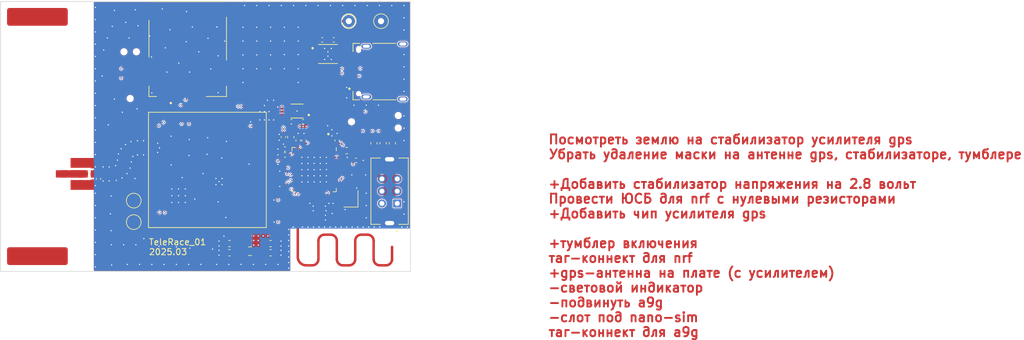
<source format=kicad_pcb>
(kicad_pcb (version 20221018) (generator pcbnew)
  (layers (0 "F.Cu" signal) (1 "In1.Cu" signal) (2 "In2.Cu" signal) (31 "B.Cu" signal) (34 "B.Paste" user) (35 "F.Paste" user) (36 "B.SilkS" user "B.Silkscreen") (37 "F.SilkS" user "F.Silkscreen") (38 "B.Mask" user) (39 "F.Mask" user) (44 "Edge.Cuts" user))
  (net 0 "")
  (net 61 "Net-(U2-VBAT)")
  (net 65 "GND")
  (net 66 "A9G_RESET")
  (net 67 "SIM_V")
  (net 68 "+BATT")
  (net 69 "A9G_LED_1")
  (net 70 "A9G_LED_2")
  (net 71 "A9G_LED_3")
  (net 72 "A9G_LED_4")
  (net 73 "SIM_RST")
  (net 74 "SIM_CLK")
  (net 75 "SIM_DIO")
  (net 76 "Net-(U2-ADC0)")
  (net 77 "Net-(U2-PWRKEY)")
  (net 78 "BTN_U2")
  (net 79 "NRF_TX")
  (net 80 "NRF_RX")
  (net 81 "HST_RXD")
  (net 82 "HST_TXD")
  (net 83 "NRF_RESET")
  (net 84 "NRF_BLE_ANT")
  (net 85 "Net-(U1-DCCH)")
  (net 86 "Net-(U1-DEC1)")
  (net 87 "Net-(U1-DEC3)")
  (net 88 "Net-(U1-DEC5)")
  (net 89 "Net-(U1-DECUSB)")
  (net 90 "+3.3V")
  (net 91 "Net-(U1-DCC)")
  (net 92 "Net-(L3-Pad2)")
  (net 93 "NRF_SWDIO")
  (net 94 "Net-(U1-DEC4)")
  (net 96 "Net-(U1-XC1)")
  (net 97 "Net-(U1-XC2)")
  (net 98 "Net-(U1-XL2{slash}P0.01)")
  (net 99 "Net-(U1-XL1{slash}P0.00)")
  (net 100 "NRF_SWDCLK")
  (net 101 "+4V")
  (net 102 "A9G_GPS_ANT")
  (net 103 "Net-(A2-ANT)")
  (net 104 "A9G_GSM_ANT")
  (net 107 "+5V")
  (net 110 "Net-(C10-Pad1)")
  (net 111 "NRF_USB_D-")
  (net 112 "NRF_USB_D+")
  (net 113 "NRF_GPIO_01")
  (net 114 "NRF_GPIO_02")
  (net 115 "NRF_GPIO_03")
  (net 116 "NRF_GPIO_04")
  (net 119 "A9G_GPIO_01")
  (net 121 "Net-(U4-PG)")
  (net 122 "Net-(J4-SHIELD-PadS1)")
  (net 125 "Net-(J4-CC2)")
  (net 133 "Net-(J4-CC1)")
  (net 139 "Net-(U3-PROG)")
  (net 147 "Net-(U5-8)")
  (net 148 "+2.8V")
  (net 149 "Net-(C32-Pad1)")
  (net 152 "NRF_SWO")
  (footprint "Capacitor_SMD:C_0603_1608Metric" (layer "F.Cu") (at 144 100.95)
    (fp_text reference "C7" hide)
    (fp_text value "22u" hide)
  )
  (footprint "TAG_CONNECT_2050:CONN_TC2050-IDC_TGC" (layer "F.Cu") (at 161 79.6)
    (fp_text reference "J5" hide)
    (fp_text value "TC2050-IDC" hide)
  )
  (footprint "Inductor_SMD:L_0402_1005Metric" (layer "F.Cu") (at 152 92.9 -90)
    (fp_text reference "L2" hide)
    (fp_text value "4.7nH" hide)
  )
  (footprint "Resistor_SMD:R_0201_0603Metric" (layer "F.Cu") (at 154.755 71.695 180)
    (fp_text reference "R14" hide)
    (fp_text value "5.1k" hide)
  )
  (footprint "Capacitor_SMD:C_0402_1005Metric" (layer "F.Cu") (at 157.95 85.9)
    (fp_text reference "C16" hide)
    (fp_text value "10u" hide)
  )
  (footprint "Crystal:Crystal_SMD_2016-4Pin_2.0x1.6mm" (layer "F.Cu") (at 157.1 92.15 90)
    (fp_text reference "Y1" hide)
    (fp_text value "Crystal_GND24" hide)
  )
  (footprint "12401832E402A:AMPHENOL_12401832E402A" (layer "F.Cu") (at 158.35 71.415 90)
    (fp_text reference "J4" hide)
    (fp_text value "12401832E402A")
    (fp_line (start 3.45 -0.325) (end 3.75 -0.325) (stroke (width 0.01)) (layer "Edge.Cuts"))
    (fp_line (start 3.75 0.325) (end 3.45 0.325) (stroke (width 0.01)) (layer "Edge.Cuts"))
    (fp_arc (start 3.45 0.325) (mid 3.125 0) (end 3.45 -0.325) (stroke (width 0.01)) (layer "Edge.Cuts"))
    (fp_arc (start 3.75 -0.325) (mid 4.075 0) (end 3.75 0.325) (stroke (width 0.01)) (layer "Edge.Cuts"))
  )
  (footprint "Capacitor_SMD:C_0201_0603Metric" (layer "F.Cu") (at 126.75 76.6 180)
    (fp_text reference "C5" hide)
    (fp_text value "0.1u" hide)
  )
  (footprint "Resistor_SMD:R_0201_0603Metric" (layer "F.Cu") (at 144.55 95.055 -90)
    (fp_text reference "R2" hide)
    (fp_text value "100k" hide)
  )
  (footprint "Capacitor_SMD:C_0201_0603Metric" (layer "F.Cu") (at 150.85 91.95 -90)
    (fp_text reference "C19" hide)
    (fp_text value "820" hide)
  )
  (footprint "Resistor_SMD:R_0201_0603Metric" (layer "F.Cu") (at 145.25 95.055 90)
    (fp_text reference "R1" hide)
    (fp_text value "200k" hide)
  )
  (footprint "Resistor_SMD:R_0201_0603Metric" (layer "F.Cu") (at 146.15 85.85)
    (fp_text reference "R10" hide)
    (fp_text value "10k" hide)
  )
  (footprint "Resistor_SMD:R_0201_0603Metric" (layer "F.Cu") (at 150.57 77.805 -90)
    (fp_text reference "R11" hide)
    (fp_text value "10k" hide)
  )
  (footprint "Capacitor_SMD:C_0603_1608Metric" (layer "F.Cu") (at 137.3 100.95 180)
    (fp_text reference "C1" hide)
    (fp_text value "22u" hide)
  )
  (footprint "Capacitor_SMD:C_0402_1005Metric" (layer "F.Cu") (at 154.3 66.25 180)
    (fp_text reference "C37" hide)
    (fp_text value "1u" hide)
  )
  (footprint "Capacitor_SMD:C_0402_1005Metric" (layer "F.Cu") (at 149.45 82.65 90)
    (fp_text reference "C23" hide)
    (fp_text value "10u" hide)
  )
  (footprint "Package_DFN_QFN:Nordic_AQFN-73-1EP_7x7mm_P0.5mm" (layer "F.Cu") (at 151.1 87.4 -90)
    (fp_text reference "U1" hide)
    (fp_text value "nRF52840" hide)
  )
  (footprint "ADP150ACBZ-2.8-R7:CB_4_3_ADI" (layer "F.Cu") (at 141.07 76.8)
    (fp_text reference "U7" hide)
    (fp_text value "ADP150ACBZ-2.8-R7" hide)
  )
  (footprint "Capacitor_SMD:C_0603_1608Metric" (layer "F.Cu") (at 137.3 99.45 180)
    (fp_text reference "C2" hide)
    (fp_text value "22u" hide)
  )
  (footprint "TestPoint:TestPoint_THTPad_D2.0mm_Drill1.0mm" (layer "F.Cu") (at 156.75 63.2)
    (fp_text reference "TP15" hide)
    (fp_text value "+BATT" hide)
  )
  (footprint "Capacitor_SMD:C_0201_0603Metric" (layer "F.Cu") (at 157.1 90.4)
    (fp_text reference "C12" hide)
    (fp_text value "12" hide)
  )
  (footprint "Capacitor_SMD:C_0201_0603Metric" (layer "F.Cu") (at 142.27 76.8 90)
    (fp_text reference "C31" hide)
    (fp_text value "0.1u" hide)
  )
  (footprint "Capacitor_SMD:C_0603_1608Metric" (layer "F.Cu") (at 163.85 83.1 90)
    (fp_text reference "C44" hide)
    (fp_text value "22u" hide)
  )
  (footprint "TestPoint:TestPoint_THTPad_D2.0mm_Drill1.0mm" (layer "F.Cu") (at 162 63.2)
    (fp_text reference "TP16" hide)
    (fp_text value "GND_BATT" hide)
  )
  (footprint "TestPoint:TestPoint_Pad_D2.0mm" (layer "F.Cu") (at 121.7 95.95 90)
    (fp_text reference "TP6" hide)
    (fp_text value "NRF_RX" hide)
  )
  (footprint "78646-3001:MOLEX_78646-3001" (layer "F.Cu") (at 130.495 67.7525 90)
    (fp_text reference "J1" hide)
    (fp_text value "78646-3001")
  )
  (footprint "Capacitor_SMD:C_0201_0603Metric" (layer "F.Cu") (at 144.55 91.455 -90)
    (fp_text reference "C4" hide)
    (fp_text value "0.1u" hide)
  )
  (footprint "Capacitor_SMD:C_0402_1005Metric" (layer "F.Cu") (at 149.3 79.6 180)
    (fp_text reference "C43" hide)
    (fp_text value "10u" hide)
  )
  (footprint "Capacitor_SMD:C_0603_1608Metric" (layer "F.Cu") (at 160.85 83.1 90)
    (fp_text reference "C46" hide)
    (fp_text value "22u" hide)
  )
  (footprint "TestPoint:TestPoint_Pad_D2.0mm" (layer "F.Cu") (at 121.7 92.45 90)
    (fp_text reference "TP7" hide)
    (fp_text value "NRF_TX" hide)
  )
  (footprint "Capacitor_SMD:C_0201_0603Metric" (layer "F.Cu") (at 137.3 98.25 180)
    (fp_text reference "C3" hide)
    (fp_text value "0.1u" hide)
  )
  (footprint "SLW-108645-4A-RA-D:SW_SLW-108645-4A-RA-D" (layer "F.Cu") (at 163.4 90.915 90)
    (fp_text reference "S1" hide)
    (fp_text value "SLW-108645-4A-RA-D")
  )
  (footprint "ABS04W-32.768KHZ-4-D2-T5:XTAL_ABS04W-32.768KHZ-4-D2-T5" (layer "F.Cu") (at 152.1 81.2 180)
    (fp_text reference "Y2" hide)
    (fp_text value "ABS04W-32.768KHZ-4-D2-T5" hide)
  )
  (footprint "Inductor_SMD:L_0402_1005Metric" (layer "F.Cu") (at 112.95 88.9 90)
    (fp_text reference "L6" hide)
    (fp_text value "12nH" hide)
  )
  (footprint "Capacitor_SMD:C_0402_1005Metric" (layer "F.Cu") (at 114.45 88.1 180)
    (fp_text reference "C39" hide)
    (fp_text value "3.3" hide)
  )
  (footprint "Capacitor_SMD:C_0402_1005Metric" (layer "F.Cu") (at 146.35 85 180)
    (fp_text reference "C28" hide)
    (fp_text value "1u" hide)
  )
  (footprint "Capacitor_SMD:C_0402_1005Metric" (layer "F.Cu") (at 152.42 66.25)
    (fp_text reference "C38" hide)
    (fp_text value "1u" hide)
  )
  (footprint "Capacitor_SMD:C_0603_1608Metric" (layer "F.Cu") (at 162.35 83.1 90)
    (fp_text reference "C45" hide)
    (fp_text value "22u" hide)
  )
  (footprint "A9G:A9" (layer "F.Cu") (at 125.9 96.85 90)
    (fp_text reference "U2" hide)
    (fp_text value "A9G")
  )
  (footprint "TPS7A2633DRVR:SON65P200X200X80-7N" (layer "F.Cu") (at 148.32 77.85 180)
    (fp_text reference "U4" hide)
    (fp_text value "TPS7A2633DRVR")
  )
  (footprint "Capacitor_SMD:C_0201_0603Metric" (layer "F.Cu") (at 139.87 76.8 90)
    (fp_text reference "C41" hide)
    (fp_text value "0.1u" hide)
  )
  (footprint "Capacitor_SMD:C_0201_0603Metric" (layer "F.Cu") (at 157.1 93.9 180)
    (fp_text reference "C11" hide)
    (fp_text value "12" hide)
  )
  (footprint "Capacitor_SMD:C_0201_0603Metric" (layer "F.Cu") (at 152.25 91.6)
    (fp_text reference "C9" hide)
    (fp_text value "0.8" hide)
  )
  (footprint "Inductor_SMD:L_0805_2012Metric_Pad1.15x1.40mm_HandSolder" (layer "F.Cu") (at 140.65 100.7 180)
    (fp_text reference "L1" hide)
    (fp_text value "470nH" hide)
  )
  (footprint "Capacitor_SMD:C_0201_0603Metric" (layer "F.Cu") (at 153.3 81.2 90)
    (fp_text reference "C14" hide)
    (fp_text value "2" hide)
  )
  (footprint "Capacitor_SMD:C_0201_0603Metric" (layer "F.Cu") (at 155.65 89.65)
    (fp_text reference "C26" hide)
    (fp_text value "0.1u" hide)
  )
  (footprint "Inductor_SMD:L_0603_1608Metric" (layer "F.Cu") (at 147.3 82.1 90)
    (fp_text reference "L5" hide)
    (fp_text value "10uH" hide)
  )
  (footprint "Inductor_SMD:L_0402_1005Metric" (layer "F.Cu") (at 158.4 84.5 -90)
    (fp_text reference "L4" hide)
    (fp_text value "15nH" hide)
  )
  (footprint "Capacitor_SMD:C_0201_0603Metric" (layer "F.Cu") (at 155.65 85.4)
    (fp_text reference "C15" hide)
    (fp_text value "0.1u" hide)
  )
  (footprint "Capacitor_SMD:C_0201_0603Metric" (layer "F.Cu") (at 153.3 91.95 -90)
    (fp_text reference "C29" hide)
    (fp_text value "0.1u" hide)
  )
  (footprint "Capacitor_SMD:C_0201_0603Metric" (layer "F.Cu") (at 146.45 90.15 180)
    (fp_text reference "C25" hide)
    (fp_text value "0.1u" hide)
  )
  (footprint "Capacitor_SMD:C_0603_1608Metric" (layer "F.Cu") (at 144 99.45)
    (fp_text reference "C6" hide)
    (fp_text value "22u" hide)
  )
  (footprint "Capacitor_SMD:C_0402_1005Metric" (layer "F.Cu") (at 146.35 84.05 180)
    (fp_text reference "C20" hide)
    (fp_text value "10u" hide)
  )
  (footprint "Resistor_SMD:R_0201_0603Metric" (layer "F.Cu") (at 154.755 70.95 180)
    (fp_text reference "R13" hide)
    (fp_text value "5.1k" hide)
  )
  (footprint "Capacitor_SMD:C_0402_1005Metric" (layer "F.Cu") (at 115.95 88.9 -90)
    (fp_text reference "C36" hide)
    (fp_text value "NC" hide)
  )
  (footprint "BGU8019:SOT1232" (layer "F.Cu") (at 144 76.8 90)
    (fp_text reference "U6" hide)
    (fp_text value "BGU8019" hide)
  )
  (footprint "Capacitor_SMD:C_0201_0603Metric" (layer "F.Cu") (at 152.1 79.9)
    (fp_text reference "C13" hide)
    (fp_text value "2" hide)
  )
  (footprint "RF:PCS.68.A" (layer "F.Cu") (at 106 82 90)
    (fp_text reference "A2" hide)
    (fp_text value "PCS.68.A" hide)
  )
  (footprint "Resistor_SMD:R_0201_0603Metric" (layer "F.Cu") (at 145.25 91.455 90)
    (fp_text reference "R3" hide)
    (fp_text value "100k" hide)
  )
  (footprint "Resistor_SMD:R_0201_0603Metric" (layer "F.Cu") (at 155.9 68.95 -90)
    (fp_text reference "R12" hide)
    (fp_text value "2k" hide)
  )
  (footprint "Capacitor_SMD:C_0201_0603Metric" (layer "F.Cu") (at 153.3 82.85 90)
    (fp_text reference "C17" hide)
    (fp_text value "0.1u" hide)
  )
  (footprint "Capacitor_SMD:C_0201_0603Metric" (layer "F.Cu") (at 154 82.85 90)
    (fp_text reference "C22" hide)
    (fp_text value "0.1u" hide)
  )
  (footprint "Capacitor_SMD:C_0201_0603Metric" (layer "F.Cu") (at 152.25 94.2)
    (fp_text reference "C10" hide)
    (fp_text value "0.5" hide)
  )
  (footprint "Inductor_SMD:L_0603_1608Metric" (layer "F.Cu") (at 156.4 84.3)
    (fp_text reference "L3" hide)
    (fp_text value "10uH" hide)
  )
  (footprint "Capacitor_SMD:C_0201_0603Metric" (layer "F.Cu") (at 154 91.95 -90)
    (fp_text reference "C18" hide)
    (fp_text value "100" hide)
  )
  (footprint "Capacitor_SMD:C_0201_0603Metric" (layer "F.Cu") (at 146.15 86.55 180)
    (fp_text reference "C8" hide)
    (fp_text value "0.1u" hide)
  )
  (footprint "Capacitor_SMD:C_0402_1005Metric" (layer "F.Cu") (at 148.5 82.65 90)
    (fp_text reference "C27" hide)
    (fp_text value "10u" hide)
  )
  (footprint "Resistor_SMD:R_0201_0603Metric" (layer "F.Cu") (at 134.55 99.45 90)
    (fp_text reference "R4" hide)
    (fp_text value "0" hide)
  )
  (footprint "Capacitor_SMD:C_0402_1005Metric" (layer "F.Cu") (at 154.85 82.65 90)
    (fp_text reference "C21" hide)
    (fp_text value "1u" hide)
  )
  (footprint "Capacitor_SMD:C_0402_1005Metric" (layer "F.Cu") (at 146.1 82.1 -90)
    (fp_text reference "C30" hide)
    (fp_text value "10u" hide)
  )
  (footprint "Capacitor_SMD:C_0201_0603Metric" (layer "F.Cu") (at 146.45 87.65 180)
    (fp_text reference "C24" hide)
    (fp_text value "0.1u" hide)
  )
  (footprint "Capacitor_SMD:C_0402_1005Metric" (layer "F.Cu") (at 147.39 79.6)
    (fp_text reference "C42" hide)
    (fp_text value "10u" hide)
  )
  (footprint "STBC08PMR:SON95P300X300X100-7N" (layer "F.Cu") (at 153.35 68.55)
    (fp_text reference "U3" hide)
    (fp_text value "STBC08PMR")
  )
  (footprint "SGGP.12.4.A.02:SGGP.12.4.A.02" (layer "F.Cu") (at 144 68.7)
    (fp_text reference "U5" hide)
    (fp_text value "SGGP.12.4.A.02")
  )
  (footprint "TAG_CONNECT_2050:CONN_TC2050-IDC_TGC" (layer "F.Cu") (at 121.115 72 90)
    (fp_text reference "J6" hide)
    (fp_text value "TC2050-IDC" hide)
  )
  (footprint "Capacitor_SMD:C_0201_0603Metric" (layer "F.Cu") (at 144.4 78.3 -90)
    (fp_text reference "C32" hide)
    (fp_text value "47" hide)
  )
  (gr_line (start 166.8 104) (end 166.8 60) (stroke (width 0.1)) (layer "Edge.Cuts"))
  (gr_line (start 166.8 60) (end 100 60) (stroke (width 0.1)) (layer "Edge.Cuts"))
  (gr_line (start 100 60) (end 100 104) (stroke (width 0.1)) (layer "Edge.Cuts"))
  (gr_line (start 100 104) (end 166.8 104) (stroke (width 0.1)) (layer "Edge.Cuts"))
  (gr_text "Посмотреть землю на стабилизатор усилителя gps\nУбрать удаление маски на антенне gps, стабилизаторе, тумблере\n\n+Добавить стабилизатор напряжения на 2.8 вольт\nПровести ЮСБ для nrf с нулевыми резисторами\n+Добавить чип усилителя gps\n\n+тумблер включения\nтаг-коннект для nrf\n+gps-антенна на плате (с усилителем)\n-световой индикатор\n-подвинуть a9g\n-слот под nano-sim\nтаг-коннект для a9g" (at 189.15 114.75) (layer "F.Cu") (effects (font (size 1.5 1.5) (thickness 0.3) bold) (justify left bottom)))
  (gr_text "TeleRace_01\n2025.03" (at 124.1 101.4) (layer "F.SilkS") (effects (font (size 1 1)) (justify left bottom)))
  (segment (start 138.325 100.7) (end 138.075 100.95) (width 1) (layer "F.Cu") (net 61))
  (segment (start 139.625 100.7) (end 138.325 100.7) (width 1) (layer "F.Cu") (net 61))
  (segment (start 155.7 86) (end 155.97 85.73) (width 0.25) (layer "F.Cu") (net 65))
  (segment (start 154.87 85.77) (end 155.1 86) (width 0.25) (layer "F.Cu") (net 65))
  (segment (start 152.525 91.555) (end 152.57 91.6) (width 0.16) (layer "F.Cu") (net 65))
  (segment (start 152.6 90.15) (end 152.6 88.9) (width 0.25) (layer "F.Cu") (net 65))
  (segment (start 152.6 90.15) (end 152.525 90.225) (width 0.16) (layer "F.Cu") (net 65))
  (segment (start 155.1 86) (end 155.7 86) (width 0.25) (layer "F.Cu") (net 65))
  (segment (start 153.98 85.77) (end 154.87 85.77) (width 0.25) (layer "F.Cu") (net 65))
  (segment (start 153.85 85.9) (end 153.98 85.77) (width 0.25) (layer "F.Cu") (net 65))
  (segment (start 152.525 90.225) (end 152.525 91.555) (width 0.16) (layer "F.Cu") (net 65))
  (segment (start 152.6 85.9) (end 151.1 87.4) (width 0.25) (layer "F.Cu") (net 65))
  (segment (start 155.97 85.73) (end 155.97 85.4) (width 0.25) (layer "F.Cu") (net 65))
  (segment (start 152.6 88.9) (end 151.1 87.4) (width 0.16) (layer "F.Cu") (net 65))
  (segment (start 153.85 85.9) (end 152.6 85.9) (width 0.25) (layer "F.Cu") (net 65))
  (via (at 115.45 82.95) (size 0.42) (drill 0.2) (layers "F.Cu" "B.Cu") (net 65))
  (via (at 148.5 68.65) (size 0.42) (drill 0.2) (layers "F.Cu" "B.Cu") (net 65))
  (via (at 117.7 89.25) (size 0.42) (drill 0.2) (layers "F.Cu" "B.Cu") (net 65))
  (via (at 143 79.3) (size 0.42) (drill 0.2) (layers "F.Cu" "B.Cu") (net 65))
  (via (at 150.4 92.9) (size 0.42) (drill 0.2) (layers "F.Cu" "B.Cu") (net 65))
  (via (at 121.9 88.85) (size 0.42) (drill 0.2) (layers "F.Cu" "B.Cu") (net 65))
  (via (at 139.5 64.2) (size 0.42) (drill 0.2) (layers "F.Cu" "B.Cu") (net 65))
  (via (at 125.9 83.85) (size 0.42) (drill 0.2) (layers "F.Cu" "B.Cu") (net 65))
  (via (at 146.95 103.45) (size 0.42) (drill 0.2) (layers "F.Cu" "B.Cu") (net 65))
  (via (at 146.95 99.85) (size 0.42) (drill 0.2) (layers "F.Cu" "B.Cu") (net 65))
  (via (at 149.2 96.75) (size 0.42) (drill 0.2) (layers "F.Cu" "B.Cu") (net 65))
  (via (at 129 91.65) (size 0.42) (drill 0.2) (layers "F.Cu" "B.Cu") (net 65))
  (via (at 148.5 64.2) (size 0.42) (drill 0.2) (layers "F.Cu" "B.Cu") (net 65))
  (via (at 165.4 96.75) (size 0.42) (drill 0.2) (layers "F.Cu" "B.Cu") (net 65))
  (via (at 125.8 99.9) (size 0.42) (drill 0.2) (layers "F.Cu" "B.Cu") (net 65))
  (via (at 150.1 85.4) (size 0.42) (drill 0.2) (layers "F.Cu" "B.Cu") (net 65))
  (via (at 146.95 98.95) (size 0.42) (drill 0.2) (layers "F.Cu" "B.Cu") (net 65))
  (via (at 153.9 69.45) (size 0.42) (drill 0.2) (layers "F.Cu" "B.Cu") (net 65))
  (via (at 144 70.95) (size 0.42) (drill 0.2) (layers "F.Cu" "B.Cu") (net 65))
  (via (at 135.45 74.85) (size 0.42) (drill 0.2) (layers "F.Cu" "B.Cu") (net 65))
  (via (at 143.75 79.3) (size 0.42) (drill 0.2) (layers "F.Cu" "B.Cu") (net 65))
  (via (at 156.4 74) (size 0.42) (drill 0.2) (layers "F.Cu" "B.Cu") (net 65))
  (via (at 133.8 66) (size 0.42) (drill 0.2) (layers "F.Cu" "B.Cu") (net 65))
  (via (at 147.7 96.75) (size 0.42) (drill 0.2) (layers "F.Cu" "B.Cu") (net 65))
  (via (at 115.45 60.95) (size 0.42) (drill 0.2) (layers "F.Cu" "B.Cu") (net 65))
  (via (at 161.75 60.65) (size 0.42) (drill 0.2) (layers "F.Cu" "B.Cu") (net 65))
  (via (at 160 96.75) (size 0.42) (drill 0.2) (layers "F.Cu" "B.Cu") (net 65))
  (via (at 130.3 61.65) (size 0.42) (drill 0.2) (layers "F.Cu" "B.Cu") (net 65))
  (via (at 115.45 95.25) (size 0.42) (drill 0.2) (layers "F.Cu" "B.Cu") (net 65))
  (via (at 161.8 96.75) (size 0.42) (drill 0.2) (layers "F.Cu" "B.Cu") (net 65))
  (via (at 118 97.35) (size 0.42) (drill 0.2) (layers "F.Cu" "B.Cu") (net 65))
  (via (at 145.2 84.05) (size 0.42) (drill 0.2) (layers "F.Cu" "B.Cu") (net 65))
  (via (at 157.25 88.25) (size 0.42) (drill 0.2) (layers "F.Cu" "B.Cu") (net 65))
  (via (at 129.6 88.7) (size 0.42) (drill 0.2) (layers "F.Cu" "B.Cu") (net 65))
  (via (at 131.25 64.15) (size 0.42) (drill 0.2) (layers "F.Cu" "B.Cu") (net 65))
  (via (at 145.7 99.05) (size 0.42) (drill 0.2) (layers "F.Cu" "B.Cu") (net 65))
  (via (at 163.75 60.65) (size 0.42) (drill 0.2) (layers "F.Cu" "B.Cu") (net 65))
  (via (at 115.45 66.95) (size 0.42) (drill 0.2) (layers "F.Cu" "B.Cu") (net 65))
  (via (at 150.1 86.4) (size 0.42) (drill 0.2) (layers "F.Cu" "B.Cu") (net 65))
  (via (at 139.5 70.95) (size 0.42) (drill 0.2) (layers "F.Cu" "B.Cu") (net 65))
  (via (at 139.5 73.2) (size 0.42) (drill 0.2) (layers "F.Cu" "B.Cu") (net 65))
  (via (at 130.7 85.1) (size 0.42) (drill 0.2) (layers "F.Cu" "B.Cu") (net 65))
  (via (at 153.35 68.2) (size 0.42) (drill 0.2) (layers "F.Cu" "B.Cu") (net 65))
  (via (at 165.75 82.65) (size 0.42) (drill 0.2) (layers "F.Cu" "B.Cu") (net 65))
  (via (at 115.45 97.25) (size 0.42) (drill 0.2) (layers "F.Cu" "B.Cu") (net 65))
  (via (at 135.45 68.85) (size 0.42) (drill 0.2) (layers "F.Cu" "B.Cu") (net 65))
  (via (at 156.4 96.75) (size 0.42) (drill 0.2) (layers "F.Cu" "B.Cu") (net 65))
  (via (at 135.6 101.35) (size 0.42) (drill 0.2) (layers "F.Cu" "B.Cu") (net 65))
  (via (at 139.2 102.85) (size 0.42) (drill 0.2) (layers "F.Cu" "B.Cu") (net 65))
  (via (at 141.2 102.85) (size 0.42) (drill 0.2) (layers "F.Cu" "B.Cu") (net 65))
  (via (at 125.6 83.1) (size 0.42) (drill 0.2) (layers "F.Cu" "B.Cu") (net 65))
  (via (at 140.5 86.5) (size 0.42) (drill 0.2) (layers "F.Cu" "B.Cu") (net 65))
  (via (at 115.45 62.95) (size 0.42) (drill 0.2) (layers "F.Cu" "B.Cu") (net 65))
  (via (at 131.65 92.2) (size 0.42) (drill 0.2) (layers "F.Cu" "B.Cu") (net 65))
  (via (at 135.6 99.85) (size 0.42) (drill 0.2) (layers "F.Cu" "B.Cu") (net 65))
  (via (at 146.25 66.45) (size 0.42) (drill 0.2) (layers "F.Cu" "B.Cu") (net 65))
  (via (at 141.75 70.95) (size 0.42) (drill 0.2) (layers "F.Cu" "B.Cu") (net 65))
  (via (at 151.9 96.75) (size 0.42) (drill 0.2) (layers "F.Cu" "B.Cu") (net 65))
  (via (at 159.6 76.9) (size 0.42) (drill 0.2) (layers "F.Cu" "B.Cu") (net 65))
  (via (at 119.05 85.85) (size 0.42) (drill 0.2) (layers "F.Cu" "B.Cu") (net 65))
  (via (at 144.5 79.3) (size 0.42) (drill 0.2) (layers "F.Cu" "B.Cu") (net 65))
  (via (at 135.6 99.05) (size 0.42) (drill 0.2) (layers "F.Cu" "B.Cu") (net 65))
  (via (at 136.55 66.45) (size 0.42) (drill 0.2) (layers "F.Cu" "B.Cu") (net 65))
  (via (at 118.55 75.9) (size 0.42) (drill 0.2) (layers "F.Cu" "B.Cu") (net 65))
  (via (at 116.7 89.25) (size 0.42) (drill 0.2) (layers "F.Cu" "B.Cu") (net 65))
  (via (at 149.1 85.4) (size 0.42) (drill 0.2) (layers "F.Cu" "B.Cu") (net 65))
  (via (at 153.75 60.65) (size 0.42) (drill 0.2) (layers "F.Cu" "B.Cu") (net 65))
  (via (at 118.2 64.05) (size 0.42) (drill 0.2) (layers "F.Cu" "B.Cu") (net 65))
  (via (at 122.05 99.65) (size 0.42) (drill 0.2) (layers "F.Cu" "B.Cu") (net 65))
  (via (at 151.1 85.4) (size 0.42) (drill 0.2) (layers "F.Cu" "B.Cu") (net 65))
  (via (at 134.25 71) (size 0.42) (drill 0.2) (layers "F.Cu" "B.Cu") (net 65))
  (via (at 140.75 79.6) (size 0.42) (drill 0.2) (layers "F.Cu" "B.Cu") (net 65))
  (via (at 119.8 88.75) (size 0.42) (drill 0.2) (layers "F.Cu" "B.Cu") (net 65))
  (via (at 145.2 86.55) (size 0.42) (drill 0.2) (layers "F.Cu" "B.Cu") (net 65))
  (via (at 154.2 92.9) (size 0.42) (drill 0.2) (layers "F.Cu" "B.Cu") (net 65))
  (via (at 159.1 85.9) (size 0.42) (drill 0.2) (layers "F.Cu" "B.Cu") (net 65))
  (via (at 156.15 93.9) (size 0.42) (drill 0.2) (layers "F.Cu" "B.Cu") (net 65))
  (via (at 144 66.45) (size 0.42) (drill 0.2) (layers "F.Cu" "B.Cu") (net 65))
  (via (at 146.95 101.65) (size 0.42) (drill 0.2) (layers "F.Cu" "B.Cu") (net 65))
  (via (at 118.75 86.75) (size 0.42) (drill 0.2) (layers "F.Cu" "B.Cu") (net 65))
  (via (at 141.75 66.45) (size 0.42) (drill 0.2) (layers "F.Cu" "B.Cu") (net 65))
  (via (at 115.45 93.25) (size 0.42) (drill 0.2) (layers "F.Cu" "B.Cu") (net 65))
  (via (at 118.1 102.95) (size 0.42) (drill 0.2) (layers "F.Cu" "B.Cu") (net 65))
  (via (at 117.9 94.6) (size 0.42) (drill 0.2) (layers "F.Cu" "B.Cu") (net 65))
  (via (at 152.95 95.6) (size 0.42) (drill 0.2) (layers "F.Cu" "B.Cu") (net 65))
  (via (at 165.75 68.65) (size 0.42) (drill 0.2) (layers "F.Cu" "B.Cu") (net 65))
  (via (at 123.35 98.65) (size 0.42) (drill 0.2) (layers "F.Cu" "B.Cu") (net 65))
  (via (at 152.95 94.85) (size 0.42) (drill 0.2) (layers "F.Cu" "B.Cu") (net 65))
  (via (at 130.25 66.55) (size 0.42) (drill 0.2) (layers "F.Cu" "B.Cu") (net 65))
  (via (at 148.5 70.95) (size 0.42) (drill 0.2) (layers "F.Cu" "B.Cu") (net 65))
  (via (at 133.65 84.9) (size 0.42) (drill 0.2) (layers "F.Cu" "B.Cu") (net 65))
  (via (at 141.75 64.2) (size 0.42) (drill 0.2) (layers "F.Cu" "B.Cu") (net 65))
  (via (at 148.5 66.45) (size 0.42) (drill 0.2) (layers "F.Cu" "B.Cu") (net 65))
  (via (at 154.6 96.75) (size 0.42) (drill 0.2) (layers "F.Cu" "B.Cu") (net 65))
  (via (at 145.2 102.85) (size 0.42) (drill 0.2) (layers "F.Cu" "B.Cu") (net 65))
  (via (at 150.1 96.75) (size 0.42) (drill 0.2) (layers "F.Cu" "B.Cu") (net 65))
  (via (at 165.75 94.65) (size 0.42) (drill 0.2) (layers "F.Cu" "B.Cu") (net 65))
  (via (at 115.45 80.95) (size 0.42) (drill 0.2) (layers "F.Cu" "B.Cu") (net 65))
  (via (at 146.95 98.05) (size 0.42) (drill 0.2) (layers "F.Cu" "B.Cu") (net 65))
  (via (at 145.7 100.55) (size 0.42) (drill 0.2) (layers "F.Cu" "B.Cu") (net 65))
  (via (at 157.3 96.75) (size 0.42) (drill 0.2) (layers "F.Cu" "B.Cu") (net 65))
  (via (at 143.5 76.1) (size 0.42) (drill 0.2) (layers "F.Cu" "B.Cu") (net 65))
  (via (at 120.4 63.4) (size 0.42) (drill 0.2) (layers "F.Cu" "B.Cu") (net 65))
  (via (at 152.8 69.45) (size 0.42) (drill 0.2) (layers "F.Cu" "B.Cu") (net 65))
  (via (at 147.75 60.65) (size 0.42) (drill 0.2) (layers "F.Cu" "B.Cu") (net 65))
  (via (at 123.3 82.7) (size 0.42) (drill 0.2) (layers "F.Cu" "B.Cu") (net 65))
  (via (at 149.45 81.5) (size 0.42) (drill 0.2) (layers "F.Cu" "B.Cu") (net 65))
  (via (at 165.75 74.65) (size 0.42) (drill 0.2) (layers "F.Cu" "B.Cu") (net 65))
  (via (at 146.1 83.25) (size 0.42) (drill 0.2) (layers "F.Cu" "B.Cu") (net 65))
  (via (at 127.6 64.6) (size 0.42) (drill 0.2) (layers "F.Cu" "B.Cu") (net 65))
  (via (at 115.45 68.95) (size 0.42) (drill 0.2) (layers "F.Cu" "B.Cu") (net 65))
  (via (at 135.1 88.85) (size 0.42) (drill 0.2) (layers "F.Cu" "B.Cu") (net 65))
  (via (at 152.8 96.75) (size 0.42) (drill 0.2) (layers "F.Cu" "B.Cu") (net 65))
  (via (at 143.75 60.65) (size 0.42) (drill 0.2) (layers "F.Cu" "B.Cu") (net 65))
  (via (at 158.05 90.4) (size 0.42) (drill 0.2) (layers "F.Cu" "B.Cu") (net 65))
  (via (at 130.8 71.5) (size 0.42) (drill 0.2) (layers "F.Cu" "B.Cu") (net 65))
  (via (at 133 88.05) (size 0.42) (drill 0.2) (layers "F.Cu" "B.Cu") (net 65))
  (via (at 127.9 90.55) (size 0.42) (drill 0.2) (layers "F.Cu" "B.Cu") (net 65))
  (via (at 115.45 70.95) (size 0.42) (drill 0.2) (layers "F.Cu" "B.Cu") (net 65))
  (via (at 116.8 67.9) (size 0.42) (drill 0.2) (layers "F.Cu" "B.Cu") (net 65))
  (via (at 152.95 93.35) (size 0.42) (drill 0.2) (layers "F.Cu" "B.Cu") (net 65))
  (via (at 118.55 61.45) (size 0.42) (drill 0.2) (layers "F.Cu" "B.Cu") (net 65))
  (via (at 130.75 82.5) (size 0.42) (drill 0.2) (layers "F.Cu" "B.Cu") (net 65))
  (via (at 145.4 81.65) (size 0.42) (drill 0.2) (layers "F.Cu" "B.Cu") (net 65))
  (via (at 146.25 64.2) (size 0.42) (drill 0.2) (layers "F.Cu" "B.Cu") (net 65))
  (via (at 150.1 87.4) (size 0.42) (drill 0.2) (layers "F.Cu" "B.Cu") (net 65))
  (via (at 127.8 81.95) (size 0.42) (drill 0.2) (layers "F.Cu" "B.Cu") (net 65))
  (via (at 160.9 96.75) (size 0.42) (drill 0.2) (layers "F.Cu" "B.Cu") (net 65))
  (via (at 134.55 100.35) (size 0.42) (drill 0.2) (layers "F.Cu" "B.Cu") (net 65))
  (via (at 154 81.9) (size 0.42) (drill 0.2) (layers "F.Cu" "B.Cu") (net 65))
  (via (at 120.6 88.05) (size 0.42) (drill 0.2) (layers "F.Cu" "B.Cu") (net 65))
  (via (at 144 64.2) (size 0.42) (drill 0.2) (layers "F.Cu" "B.Cu") (net 65))
  (via (at 141.75 68.7) (size 0.42) (drill 0.2) (layers "F.Cu" "B.Cu") (net 65))
  (via (at 146.95 97.15) (size 0.42) (drill 0.2) (layers "F.Cu" "B.Cu") (net 65))
  (via (at 119.85 78.05) (size 0.42) (drill 0.2) (layers "F.Cu" "B.Cu") (net 65))
  (via (at 127.9 91.65) (size 0.42) (drill 0.2) (layers "F.Cu" "B.Cu") (net 65))
  (via (at 156.4 75.7) (size 0.42) (drill 0.2) (layers "F.Cu" "B.Cu") (net 65))
  (via (at 149.75 60.65) (size 0.42) (drill 0.2) (layers "F.Cu" "B.Cu") (net 65))
  (via (at 130.1 92.75) (size 0.42) (drill 0.2) (layers "F.Cu" "B.Cu") (net 65))
  (via (at 148.5 73.2) (size 0.42) (drill 0.2) (layers "F.Cu" "B.Cu") (net 65))
  (via (at 115.45 86.95) (size 0.42) (drill 0.2) (layers "F.Cu" "B.Cu") (net 65))
  (via (at 149.1 87.4) (size 0.42) (drill 0.2) (layers "F.Cu" "B.Cu") (net 65))
  (via (at 122.65 102.85) (size 0.42) (drill 0.2) (layers "F.Cu" "B.Cu") (net 65))
  (via (at 130.1 90.55) (size 0.42) (drill 0.2) (layers "F.Cu" "B.Cu") (net 65))
  (via (at 125.6 84.6) (size 0.42) (drill 0.2) (layers "F.Cu" "B.Cu") (net 65))
  (via (at 155.75 60.65) (size 0.42) (drill 0.2) (layers "F.Cu" "B.Cu") (net 65))
  (via (at 126.85 67.55) (size 0.42) (drill 0.2) (layers "F.Cu" "B.Cu") (net 65))
  (via (at 115.45 99.25) (size 0.42) (drill 0.2) (layers "F.Cu" "B.Cu") (net 65))
  (via (at 121.25 82.85) (size 0.42) (drill 0.2) (layers "F.Cu" "B.Cu") (net 65))
  (via (at 151.1 89.4) (size 0.42) (drill 0.2) (layers "F.Cu" "B.Cu") (net 65))
  (via (at 115.45 90) (size 0.42) (drill 0.2) (layers "F.Cu" "B.Cu") (net 65))
  (via (at 145.15 77.2) (size 0.42) (drill 0.2) (layers "F.Cu" "B.Cu") (net 65))
  (via (at 121.95 61.35) (size 0.42) (drill 0.2) (layers "F.Cu" "B.Cu") (net 65))
  (via (at 124.65 102.85) (size 0.42) (drill 0.2) (layers "F.Cu" "B.Cu") (net 65))
  (via (at 145.7 101.35) (size 0.42) (drill 0.2) (layers "F.Cu" "B.Cu") (net 65))
  (via (at 115.45 74.95) (size 0.42) (drill 0.2) (layers "F.Cu" "B.Cu") (net 65))
  (via (at 121.1 87.15) (size 0.42) (drill 0.2) (layers "F.Cu" "B.Cu") (net 65))
  (via (at 146.25 70.95) (size 0.42) (drill 0.2) (layers "F.Cu" "B.Cu") (net 65))
  (via (at 127.1 71.5) (size 0.42) (drill 0.2) (layers "F.Cu" "B.Cu") (net 65))
  (via (at 130.85 100.2) (size 0.42) (drill 0.2) (layers "F.Cu" "B.Cu") (net 65))
  (via (at 149.1 86.4) (size 0.42) (drill 0.2) (layers "F.Cu" "B.Cu") (net 65))
  (via (at 151.1 87.4) (size 0.42) (drill 0.2) (layers "F.Cu" "B.Cu") (net 65))
  (via (at 135.6 100.55) (size 0.42) (drill 0.2) (layers "F.Cu" "B.Cu") (net 65))
  (via (at 117.4 65.95) (size 0.42) (drill 0.2) (layers "F.Cu" "B.Cu") (net 65))
  (via (at 122.4 63.95) (size 0.42) (drill 0.2) (layers "F.Cu" "B.Cu") (net 65))
  (via (at 126.65 102.85) (size 0.42) (drill 0.2) (layers "F.Cu" "B.Cu") (net 65))
  (via (at 120.65 102.85) (size 0.42) (drill 0.2) (layers "F.Cu" "B.Cu") (net 65))
  (via (at 116.55 72.15) (size 0.42) (drill 0.2) (layers "F.Cu" "B.Cu") (net 65))
  (via (at 136.4 98.25) (size 0.42) (drill 0.2) (layers "F.Cu" "B.Cu") (net 65))
  (via (at 152.1 87.4) (size 0.42) (drill 0.2) (layers "F.Cu" "B.Cu") (net 65))
  (via (at 148.5 81.5) (size 0.42) (drill 0.2) (layers "F.Cu" "B.Cu") (net 65))
  (via (at 159.6 93.25) (size 0.42) (drill 0.2) (layers "F.Cu" "B.Cu") (net 65))
  (via (at 136.7 95.2) (size 0.42) (drill 0.2) (layers "F.Cu" "B.Cu") (net 65))
  (via (at 119.65 84) (size 0.42) (drill 0.2) (layers "F.Cu" "B.Cu") (net 65))
  (via (at 115.45 91.25) (size 0.42) (drill 0.2) (layers "F.Cu" "B.Cu") (net 65))
  (via (at 120.35 83.3) (size 0.42) (drill 0.2) (layers "F.Cu" "B.Cu") (net 65))
  (via (at 155.5 96.75) (size 0.42) (drill 0.2) (layers "F.Cu" "B.Cu") (net 65))
  (via (at 159.6 91.25) (size 0.42) (drill 0.2) (layers "F.Cu" "B.Cu") (net 65))
  (via (at 128.65 100) (size 0.42) (drill 0.2) (layers "F.Cu" "B.Cu") (net 65))
  (via (at 139.75 60.65) (size 0.42) (drill 0.2) (layers "F.Cu" "B.Cu") (net 65))
  (via (at 124.65 74.9) (size 0.42) (drill 0.2) (layers "F.Cu" "B.Cu") (net 65))
  (via (at 120.95 65.95) (size 0.42) (drill 0.2) (layers "F.Cu" "B.Cu") (net 65))
  (via (at 143.75 77.95) (size 0.42) (drill 0.2) (layers "F.Cu" "B.Cu") (net 65))
  (via (at 153.1 85.4) (size 0.42) (drill 0.2) (layers "F.Cu" "B.Cu") (net 65))
  (via (at 137.2 102.85) (size 0.42) (drill 0.2) (layers "F.Cu" "B.Cu") (net 65))
  (via (at 153.1 87.4) (size 0.42) (drill 0.2) (layers "F.Cu" "B.Cu") (net 65))
  (via (at 154.85 81.5) (size 0.42) (drill 0.2) (layers "F.Cu" "B.Cu") (net 65))
  (via (at 121.3 86.15) (size 0.42) (drill 0.2) (layers "F.Cu" "B.Cu") (net 65))
  (via (at 159.6 95.25) (size 0.42) (drill 0.2) (layers "F.Cu" "B.Cu") (net 65))
  (via (at 118 91.7) (size 0.42) (drill 0.2) (layers "F.Cu" "B.Cu") (net 65))
  (via (at 123.3 85) (size 0.42) (drill 0.2) (layers "F.Cu" "B.Cu") (net 65))
  (via (at 154.05 94.55) (size 0.42) (drill 0.2) (layers "F.Cu" "B.Cu") (net 65))
  (via (at 156.5 85.4) (size 0.42) (drill 0.2) (layers "F.Cu" "B.Cu") (net 65))
  (via (at 139.5 66.45) (size 0.42) (drill 0.2) (layers "F.Cu" "B.Cu") (net 65))
  (via (at 135.1 89.85) (size 0.42) (drill 0.2) (layers "F.Cu" "B.Cu") (net 65))
  (via (at 126.35 61.2) (size 0.42) (drill 0.2) (layers "F.Cu" "B.Cu") (net 65))
  (via (at 127.9 92.75) (size 0.42) (drill 0.2) (layers "F.Cu" "B.Cu") (net 65))
  (via (at 115.45 78.95) (size 0.42) (drill 0.2) (layers "F.Cu" "B.Cu") (net 65))
  (via (at 132.3 68.2) (size 0.42) (drill 0.2) (layers "F.Cu" "B.Cu") (net 65))
  (via (at 117.55 80.1) (size 0.42) (drill 0.2) (layers "F.Cu" "B.Cu") (net 65))
  (via (at 151 96.75) (size 0.42) (drill 0.2) (layers "F.Cu" "B.Cu") (net 65))
  (via (at 153.3 80.25) (size 0.42) (drill 0.2) (layers "F.Cu" "B.Cu") (net 65))
  (via (at 153.5 92.9) (size 0.42) (drill 0.2) (layers "F.Cu" "B.Cu") (net 65))
  (via (at 143.2 102.85) (size 0.42) (drill 0.2) (layers "F.Cu" "B.Cu") (net 65))
  (via (at 122.3 85) (size 0.42) (drill 0.2) (layers "F.Cu" "B.Cu") (net 65))
  (via (at 145.7 99.85) (size 0.42) (drill 0.2) (layers "F.Cu" "B.Cu") (net 65))
  (via (at 121.55 85.25) (size 0.42) (drill 0.2) (layers "F.Cu" "B.Cu") (net 65))
  (via (at 153.1 88.4) (size 0.42) (drill 0.2) (layers "F.Cu" "B.Cu") (net 65))
  (via (at 152.8 67.65) (size 0.42) (drill 0.2) (layers "F.Cu" "B.Cu") (net 65))
  (via (at 145.75 60.65) (size 0.42) (drill 0.2) (layers "F.Cu" "B.Cu") (net 65))
  (via (at 130.1 91.65) (size 0.42) (drill 0.2) (layers "F.Cu" "B.Cu") (net 65))
  (via (at 120.05 99.65) (size 0.42) (drill 0.2) (layers "F.Cu" "B.Cu") (net 65))
  (via (at 124.6 69.05) (size 0.42) (drill 0.2) (layers "F.Cu" "B.Cu") (net 65))
  (via (at 141.75 60.65) (size 0.42) (drill 0.2) (layers "F.Cu" "B.Cu") (net 65))
  (via (at 153.1 86.4) (size 0.42) (drill 0.2) (layers "F.Cu" "B.Cu") (net 65))
  (via (at 152.1 88.4) (size 0.42) (drill 0.2) (layers "F.Cu" "B.Cu") (net 65))
  (via (at 159.75 60.65) (size 0.42) (drill 0.2) (layers "F.Cu" "B.Cu") (net 65))
  (via (at 139.5 68.7) (size 0.42) (drill 0.2) (layers "F.Cu" "B.Cu") (net 65))
  (via (at 118.85 89.15) (size 0.42) (drill 0.2) (layers "F.Cu" "B.Cu") (net 65))
  (via (at 165.75 92.65) (size 0.42) (drill 0.2) (layers "F.Cu" "B.Cu") (net 65))
  (via (at 118.05 99.65) (size 0.42) (drill 0.2) (layers "F.Cu" "B.Cu") (net 65))
  (via (at 135.2 102.85) (size 0.42) (drill 0.2) (layers "F.Cu" "B.Cu") (net 65))
  (via (at 150.95 94.1) (size 0.42) (drill 0.2) (layers "F.Cu" "B.Cu") (net 65))
  (via (at 122.3 82.7) (size 0.42) (drill 0.2) (layers "F.Cu" "B.Cu") (net 65))
  (via (at 150.1 89.4) (size 0.42) (drill 0.2) (layers "F.Cu" "B.Cu") (net 65))
  (via (at 146.25 68.65) (size 0.42) (drill 0.2) (layers "F.Cu" "B.Cu") (net 65))
  (via (at 136.1 88.85) (size 0.42) (drill 0.2) (layers "F.Cu" "B.Cu") (net 65))
  (via (at 161.6 76.9) (size 0.42) (drill 0.2) (layers "F.Cu" "B.Cu") (net 65))
  (via (at 165.75 72.65) (size 0.42) (drill 0.2) (layers "F.Cu" "B.Cu") (net 65))
  (via (at 129 92.75) (size 0.42) (drill 0.2) (layers "F.Cu" "B.Cu") (net 65))
  (via (at 166.3 96.75) (size 0.42) (drill 0.2) (layers "F.Cu" "B.Cu") (net 65))
  (via (at 115.45 76.95) (size 0.42) (drill 0.2) (layers "F.Cu" "B.Cu") (net 65))
  (via (at 150.95 93.35) (size 0.42) (drill 0.2) (layers "F.Cu" "B.Cu") (net 65))
  (via (at 157.6 76.9) (size 0.42) (drill 0.2) (layers "F.Cu" "B.Cu") (net 65))
  (via (at 119.2 84.85) (size 0.42) (drill 0.2) (layers "F.Cu" "B.Cu") (net 65))
  (via (at 145.4 82.6) (size 0.42) (drill 0.2) (layers "F.Cu" "B.Cu") (net 65))
  (via (at 165.75 78.65) (size 0.42) (drill 0.2) (layers "F.Cu" "B.Cu") (net 65))
  (via (at 157.75 60.65) (size 0.42) (drill 0.2) (layers "F.Cu" "B.Cu") (net 65))
  (via (at 127.8 86.65) (size 0.42) (drill 0.2) (layers "F.Cu" "B.Cu") (net 65))
  (via (at 165.75 62.65) (size 0.42) (drill 0.2) (layers "F.Cu" "B.Cu") (net 65))
  (via (at 144.55 95.95) (size 0.42) (drill 0.2) (layers "F.Cu" "B.Cu") (net 65))
  (via (at 153.35 68.9) (size 0.42) (drill 0.2) (layers "F.Cu" "B.Cu") (net 65))
  (via (at 145.5 90.15) (size 0.42) (drill 0.2) (layers "F.Cu" "B.Cu") (net 65))
  (via (at 142.25 77.95) (size 0.42) (drill 0.2) (layers "F.Cu" "B.Cu") (net 65))
  (via (at 152.1 86.4) (size 0.42) (drill 0.2) (layers "F.Cu" "B.Cu") (net 65))
  (via (at 165.75 64.65) (size 0.42) (drill 0.2) (layers "F.Cu" "B.Cu") (net 65))
  (via (at 144.5 76.1) (size 0.42) (drill 0.2) (layers "F.Cu" "B.Cu") (net 65))
  (via (at 115.45 72.95) (size 0.42) (drill 0.2) (layers "F.Cu" "B.Cu") (net 65))
  (via (at 149.1 89.4) (size 0.42) (drill 0.2) (layers "F.Cu" "B.Cu") (net 65))
  (via (at 136.1 89.85) (size 0.42) (drill 0.2) (layers "F.Cu" "B.Cu") (net 65))
  (via (at 145.2 85) (size 0.42) (drill 0.2) (layers "F.Cu" "B.Cu") (net 65))
  (via (at 136.8 82.8) (size 0.42) (drill 0.2) (layers "F.Cu" "B.Cu") (net 65))
  (via (at 153.7 96.75) (size 0.42) (drill 0.2) (layers "F.Cu" "B.Cu") (net 65))
  (via (at 115.45 64.95) (size 0.42) (drill 0.2) (layers "F.Cu" "B.Cu") (net 65))
  (via (at 159.5 88.25) (size 0.42) (drill 0.2) (layers "F.Cu" "B.Cu") (net 65))
  (via (at 146.95 102.55) (size 0.42) (drill 0.2) (layers "F.Cu" "B.Cu") (net 65))
  (via (at 152.1 89.4) (size 0.42) (drill 0.2) (layers "F.Cu" "B.Cu") (net 65))
  (via (at 143 76.95) (size 0.42) (drill 0.2) (layers "F.Cu" "B.Cu") (net 65))
  (via (at 129.05 70.05) (size 0.42) (drill 0.2) (layers "F.Cu" "B.Cu") (net 65))
  (via (at 136.05 85.5) (size 0.42) (drill 0.2) (layers "F.Cu" "B.Cu") (net 65))
  (via (at 148.32 77.85) (size 0.42) (drill 0.2) (layers "F.Cu" "B.Cu") (net 65))
  (via (at 153.05 94.1) (size 0.42) (drill 0.2) (layers "F.Cu" "B.Cu") (net 65))
  (via (at 115.45 101.25) (size 0.42) (drill 0.2) (layers "F.Cu" "B.Cu") (net 65))
  (via (at 159.1 96.75) (size 0.42) (drill 0.2) (layers "F.Cu" "B.Cu") (net 65))
  (via (at 115.45 103.25) (size 0.42) (drill 0.2) (layers "F.Cu" "B.Cu") (net 65))
  (via (at 151.1 86.4) (size 0.42) (drill 0.2) (layers "F.Cu" "B.Cu") (net 65))
  (via (at 132.65 102.85) (size 0.42) (drill 0.2) (layers "F.Cu" "B.Cu") (net 65))
  (via (at 142.25 79.3) (size 0.42) (drill 0.2) (layers "F.Cu" "B.Cu") (net 65))
  (via (at 135.25 64.15) (size 0.42) (drill 0.2) (layers "F.Cu" "B.Cu") (net 65))
  (via (at 143 77.95) (size 0.42) (drill 0.2) (layers "F.Cu" "B.Cu") (net 65))
  (via (at 165.75 60.65) (size 0.42) (drill 0.2) (layers "F.Cu" "B.Cu") (net 65))
  (via (at 165.75 80.65) (size 0.42) (drill 0.2) (layers "F.Cu" "B.Cu") (net 65))
  (via (at 153.9 67.65) (size 0.42) (drill 0.2) (layers "F.Cu" "B.Cu") (net 65))
  (via (at 135.45 92.65) (size 0.42) (drill 0.2) (layers "F.Cu" "B.Cu") (net 65))
  (via (at 144 68.7) (size 0.42) (drill 0.2) (layers "F.Cu" "B.Cu") (net 65))
  (via (at 130.65 102.85) (size 0.42) (drill 0.2) (layers "F.Cu" "B.Cu") (net 65))
  (via (at 122.25 77.5) (size 0.42) (drill 0.2) (layers "F.Cu" "B.Cu") (net 65))
  (via (at 144.55 92.35) (size 0.42) (drill 0.2) (layers "F.Cu" "B.Cu") (net 65))
  (via (at 146.95 100.75) (size 0.42) (drill 0.2) (layers "F.Cu" "B.Cu") (net 65))
  (via (at 165.75 70.65) (size 0.42) (drill 0.2) (layers "F.Cu" "B.Cu") (net 65))
  (via (at 129 90.55) (size 0.42) (drill 0.2) (layers "F.Cu" "B.Cu") (net 65))
  (via (at 154 80.9) (size 0.42) (drill 0.2) (layers "F.Cu" "B.Cu") (net 65))
  (via (at 145.5 87.65) (size 0.42) (drill 0.2) (layers "F.Cu" "B.Cu") (net 65))
  (via (at 158.2 96.75) (size 0.42) (drill 0.2) (layers "F.Cu" "B.Cu") (net 65))
  (via (at 151.75 60.65) (size 0.42) (drill 0.2) (layers "F.Cu" "B.Cu") (net 65))
  (via (at 117.7 86.95) (size 0.42) (drill 0.2) (layers "F.Cu" "B.Cu") (net 65))
  (via (at 116.7 86.95) (size 0.42) (drill 0.2) (layers "F.Cu" "B.Cu") (net 65))
  (via (at 115.45 84.95) (size 0.42) (drill 0.2) (layers "F.Cu" "B.Cu") (net 65))
  (via (at 153.1 89.4) (size 0.42) (drill 0.2) (layers "F.Cu" "B.Cu") (net 65))
  (via (at 150.1 88.4) (size 0.42) (drill 0.2) (layers "F.Cu" "B.Cu") (net 65))
  (via (at 124.3 65.6) (size 0.42) (drill 0.2) (layers "F.Cu" "B.Cu") (net 65))
  (via (at 151.1 88.4) (size 0.42) (drill 0.2) (layers "F.Cu" "B.Cu") (net 65))
  (via (at 133.75 82.2) (size 0.42) (drill 0.2) (layers "F.Cu" "B.Cu") (net 65))
  (via (at 152.1 85.4) (size 0.42) (drill 0.2) (layers "F.Cu" "B.Cu") (net 65))
  (via (at 135.6 89.35) (size 0.42) (drill 0.2) (layers "F.Cu" "B.Cu") (net 65))
  (via (at 128.65 102.85) (size 0.42) (drill 0.2) (layers "F.Cu" "B.Cu") (net 65))
  (via (at 149.1 88.4) (size 0.42) (drill 0.2) (layers "F.Cu" "B.Cu") (net 65))
  (segment (start 142.9 91.05) (end 142.985 91.135) (width 0.14) (layer "F.Cu") (net 66))
  (segment (start 144.55 91.135) (end 145.25 91.135) (width 0.14) (layer "F.Cu") (net 66))
  (segment (start 142.985 91.135) (end 144.55 91.135) (width 0.14) (layer "F.Cu") (net 66))
  (segment (start 127.1 76.63) (end 127.07 76.6) (width 0.14) (layer "F.Cu") (net 67))
  (segment (start 127.1 78.45) (end 127.1 76.63) (width 0.14) (layer "F.Cu") (net 67))
  (segment (start 127.5 76.6) (end 127.07 76.6) (width 0.14) (layer "F.Cu") (net 67))
  (segment (start 127.74 75.0475) (end 127.74 76.36) (width 0.14) (layer "F.Cu") (net 67))
  (segment (start 127.74 76.36) (end 127.5 76.6) (width 0.14) (layer "F.Cu") (net 67))
  (segment (start 151.915 67.6) (end 151.915 66.275) (width 0.4) (layer "F.Cu") (net 68))
  (segment (start 151.94 63.86) (end 151.94 66.25) (width 0.4) (layer "F.Cu") (net 68))
  (segment (start 162.15 90.915) (end 164.65 90.915) (width 1.4) (layer "F.Cu") (net 68))
  (segment (start 151.915 66.275) (end 151.94 66.25) (width 0.4) (layer "F.Cu") (net 68))
  (segment (start 152.6 63.2) (end 151.94 63.86) (width 0.4) (layer "F.Cu") (net 68))
  (segment (start 156.75 63.2) (end 152.6 63.2) (width 0.4) (layer "F.Cu") (net 68))
  (segment (start 130.28 75.0475) (end 130.28 75.92) (width 0.14) (layer "F.Cu") (net 73))
  (segment (start 125.8 80.25) (end 124.5 80.25) (width 0.14) (layer "F.Cu") (net 73))
  (segment (start 130.28 75.92) (end 130.15 76.05) (width 0.14) (layer "F.Cu") (net 73))
  (via (at 130.15 76.05) (size 0.4) (drill 0.2) (layers "F.Cu" "B.Cu") (net 73))
  (via (at 125.8 80.25) (size 0.4) (drill 0.2) (layers "F.Cu" "B.Cu") (net 73))
  (segment (start 126 79.7) (end 125.9 79.6) (width 0.14) (layer "F.Cu") (net 74))
  (segment (start 132.82 75.0475) (end 132.82 75.98) (width 0.14) (layer "F.Cu") (net 74))
  (segment (start 132.4 76.4) (end 131.95 76.85) (width 0.14) (layer "F.Cu") (net 74))
  (segment (start 131.95 76.85) (end 129.8 76.85) (width 0.14) (layer "F.Cu") (net 74))
  (segment (start 129.4 76.85) (end 129.35 76.9) (width 0.14) (layer "F.Cu") (net 74))
  (segment (start 126.55 79.7) (end 126 79.7) (width 0.14) (layer "F.Cu") (net 74))
  (segment (start 132.82 75.98) (end 132.4 76.4) (width 0.14) (layer "F.Cu") (net 74))
  (segment (start 129.8 76.85) (end 129.4 76.85) (width 0.14) (layer "F.Cu") (net 74))
  (segment (start 125.9 79.6) (end 125.9 78.45) (width 0.14) (layer "F.Cu") (net 74))
  (via (at 129.35 76.9) (size 0.4) (drill 0.2) (layers "F.Cu" "B.Cu") (net 74))
  (via (at 126.55 79.7) (size 0.4) (drill 0.2) (layers "F.Cu" "B.Cu") (net 74))
  (segment (start 131.55 75.0475) (end 131.55 76.1) (width 0.14) (layer "F.Cu") (net 75))
  (segment (start 128.8 76.45) (end 128.3 76.95) (width 0.14) (layer "F.Cu") (net 75))
  (segment (start 131.2 76.45) (end 128.8 76.45) (width 0.14) (layer "F.Cu") (net 75))
  (segment (start 128.3 76.95) (end 128.3 78.45) (width 0.14) (layer "F.Cu") (net 75))
  (segment (start 131.55 76.1) (end 131.2 76.45) (width 0.14) (layer "F.Cu") (net 75))
  (segment (start 144.55 94.735) (end 145.25 94.735) (width 0.14) (layer "F.Cu") (net 76))
  (segment (start 142.9 94.65) (end 142.985 94.735) (width 0.14) (layer "F.Cu") (net 76))
  (segment (start 142.985 94.735) (end 144.55 94.735) (width 0.14) (layer "F.Cu") (net 76))
  (segment (start 135.5 96.45) (end 135.5 97.6) (width 0.14) (layer "F.Cu") (net 77))
  (segment (start 134.75 97.95) (end 134.55 98.15) (width 0.14) (layer "F.Cu") (net 77))
  (segment (start 134.55 98.15) (end 134.55 99.13) (width 0.14) (layer "F.Cu") (net 77))
  (segment (start 135.15 97.95) (end 134.75 97.95) (width 0.14) (layer "F.Cu") (net 77))
  (segment (start 135.5 97.6) (end 135.15 97.95) (width 0.14) (layer "F.Cu") (net 77))
  (segment (start 147.85 89.15) (end 147.297593 89.15) (width 0.14) (layer "F.Cu") (net 79))
  (segment (start 124.5 93.45) (end 122.7 93.45) (width 0.14) (layer "F.Cu") (net 79))
  (segment (start 126.3 93.45) (end 124.5 93.45) (width 0.14) (layer "F.Cu") (net 79))
  (segment (start 147.297593 89.15) (end 147.277996 89.130403) (width 0.14) (layer "F.Cu") (net 79))
  (segment (start 122.7 93.45) (end 121.7 92.45) (width 0.14) (layer "F.Cu") (net 79))
  (segment (start 126.75 93.9) (end 126.3 93.45) (width 0.14) (layer "F.Cu") (net 79))
  (segment (start 126.75 94.4) (end 126.75 93.9) (width 0.14) (layer "F.Cu") (net 79))
  (via (at 147.277996 89.130403) (size 0.4) (drill 0.2) (layers "F.Cu" "B.Cu") (net 79))
  (via (at 126.75 94.4) (size 0.4) (drill 0.2) (layers "F.Cu" "B.Cu") (net 79))
  (segment (start 147.35 88.15) (end 147.25 88.25) (width 0.14) (layer "F.Cu") (net 80))
  (segment (start 125.9 94.4) (end 125.65 94.65) (width 0.14) (layer "F.Cu") (net 80))
  (segment (start 125.65 94.65) (end 124.5 94.65) (width 0.14) (layer "F.Cu") (net 80))
  (segment (start 123 94.65) (end 121.7 95.95) (width 0.14) (layer "F.Cu") (net 80))
  (segment (start 124.5 94.65) (end 123 94.65) (width 0.14) (layer "F.Cu") (net 80))
  (segment (start 147.85 88.15) (end 147.35 88.15) (width 0.14) (layer "F.Cu") (net 80))
  (via (at 147.25 88.25) (size 0.4) (drill 0.2) (layers "F.Cu" "B.Cu") (net 80))
  (via (at 125.9 94.4) (size 0.4) (drill 0.2) (layers "F.Cu" "B.Cu") (net 80))
  (segment (start 119.65 72.15) (end 119.65 72.5) (width 0.14) (layer "F.Cu") (net 81))
  (segment (start 120.48 72) (end 119.8 72) (width 0.14) (layer "F.Cu") (net 81))
  (segment (start 129.5 78.45) (end 129.5 79.95) (width 0.14) (layer "F.Cu") (net 81))
  (segment (start 119.8 72) (end 119.65 72.15) (width 0.14) (layer "F.Cu") (net 81))
  (via (at 129.5 79.95) (size 0.4) (drill 0.2) (layers "F.Cu" "B.Cu") (net 81))
  (via (at 119.65 72.5) (size 0.4) (drill 0.2) (layers "F.Cu" "B.Cu") (net 81))
  (segment (start 119.87 70.73) (end 119.65 70.95) (width 0.14) (layer "F.Cu") (net 82))
  (segment (start 120.48 70.73) (end 119.87 70.73) (width 0.14) (layer "F.Cu") (net 82))
  (segment (start 130.7 78.45) (end 130.7 79.95) (width 0.14) (layer "F.Cu") (net 82))
  (via (at 119.65 70.95) (size 0.4) (drill 0.2) (layers "F.Cu" "B.Cu") (net 82))
  (via (at 130.7 79.95) (size 0.4) (drill 0.2) (layers "F.Cu" "B.Cu") (net 82))
  (segment (start 147.9 90.6) (end 147.4 90.6) (width 0.12) (layer "F.Cu") (net 83))
  (segment (start 148.35 87.9) (end 148.35 88.4) (width 0.12) (layer "F.Cu") (net 83))
  (segment (start 159.45 77.95) (end 158.7 77.95) (width 0.14) (layer "F.Cu") (net 83))
  (segment (start 148.35 87.4) (end 148.35 87.9) (width 0.12) (layer "F.Cu") (net 83))
  (segment (start 146.47 86.55) (end 146.47 85.85) (width 0.12) (layer "F.Cu") (net 83))
  (segment (start 158.46 78.19) (end 158.46 78.965) (width 0.14) (layer "F.Cu") (net 83))
  (segment (start 146.55 87.1) (end 146.85 87.1) (width 0.12) (layer "F.Cu") (net 83))
  (segment (start 148.35 89.4) (end 148.35 90.15) (width 0.12) (layer "F.Cu") (net 83))
  (segment (start 146.47 87.02) (end 146.55 87.1) (width 0.12) (layer "F.Cu") (net 83))
  (segment (start 158.7 77.95) (end 158.46 78.19) (width 0.14) (layer "F.Cu") (net 83))
  (segment (start 148 90.5) (end 147.9 90.6) (width 0.12) (layer "F.Cu") (net 83))
  (segment (start 148.35 90.15) (end 148 90.5) (width 0.12) (layer "F.Cu") (net 83))
  (segment (start 146.47 86.55) (end 146.47 87.02) (width 0.12) (layer "F.Cu") (net 83))
  (segment (start 148.35 88.9) (end 148.35 89.4) (width 0.12) (layer "F.Cu") (net 83))
  (segment (start 148.35 88.4) (end 148.35 88.9) (width 0.12) (layer "F.Cu") (net 83))
  (via (at 147.4 90.6) (size 0.4) (drill 0.2) (layers "F.Cu" "B.Cu") (net 83))
  (via (at 159.45 77.95) (size 0.4) (drill 0.2) (layers "F.Cu" "B.Cu") (net 83))
  (via (at 146.85 87.1) (size 0.4) (drill 0.2) (layers "F.Cu" "B.Cu") (net 83))
  (segment (start 151.93 92.28) (end 151.93 91.6) (width 0.4) (layer "F.Cu") (net 84))
  (segment (start 152.1 90.15) (end 152.175 90.225) (width 0.16) (layer "F.Cu") (net 84))
  (segment (start 152 92.35) (end 151.93 92.28) (width 0.4) (layer "F.Cu") (net 84))
  (segment (start 152.175 90.925) (end 151.93 91.17) (width 0.16) (layer "F.Cu") (net 84))
  (segment (start 151.93 91.17) (end 151.93 91.6) (width 0.16) (layer "F.Cu") (net 84))
  (segment (start 152.175 90.225) (end 152.175 90.925) (width 0.16) (layer "F.Cu") (net 84))
  (segment (start 152 92.415) (end 152 92.35) (width 0.4) (layer "F.Cu") (net 84))
  (segment (start 147.3 83.177486) (end 147.3 82.8875) (width 0.25) (layer "F.Cu") (net 85))
  (segment (start 148.6 84.65) (end 148.6 84.477486) (width 0.25) (layer "F.Cu") (net 85))
  (segment (start 148.6 84.477486) (end 147.3 83.177486) (width 0.25) (layer "F.Cu") (net 85))
  (segment (start 153.35 83.22) (end 153.3 83.17) (width 0.16) (layer "F.Cu") (net 86))
  (segment (start 153.35 84.15) (end 153.35 83.22) (width 0.16) (layer "F.Cu") (net 86))
  (segment (start 153.1 90.15) (end 153.29799 90.34799) (width 0.16) (layer "F.Cu") (net 87))
  (segment (start 154 91.26723) (end 154 91.63) (width 0.16) (layer "F.Cu") (net 87))
  (segment (start 153.29799 90.56522) (end 154 91.26723) (width 0.16) (layer "F.Cu") (net 87))
  (segment (start 153.29799 90.34799) (end 153.29799 90.56522) (width 0.16) (layer "F.Cu") (net 87))
  (segment (start 150.85 91.63) (end 150.85 90.65) (width 0.16) (layer "F.Cu") (net 88))
  (segment (start 148.215242 84.555622) (end 147.980174 84.320554) (width 0.16) (layer "F.Cu") (net 89))
  (segment (start 147.979192 84.320554) (end 147.708638 84.05) (width 0.16) (layer "F.Cu") (net 89))
  (segment (start 147.708638 84.05) (end 146.83 84.05) (width 0.16) (layer "F.Cu") (net 89))
  (segment (start 147.980174 84.320554) (end 147.979192 84.320554) (width 0.16) (layer "F.Cu") (net 89))
  (segment (start 148.35 85.4) (end 148.215242 85.265242) (width 0.16) (layer "F.Cu") (net 89))
  (segment (start 148.215242 85.265242) (end 148.215242 84.555622) (width 0.16) (layer "F.Cu") (net 89))
  (segment (start 146.9925 81.62) (end 146.1 81.62) (width 0.25) (layer "F.Cu") (net 90))
  (segment (start 149.78 78.71) (end 149.78 79.6) (width 0.3) (layer "F.Cu") (net 90))
  (segment (start 149.1 84.65) (end 149.1 84.440781) (width 0.25) (layer "F.Cu") (net 90))
  (segment (start 154.35 89.65) (end 155.33 89.65) (width 0.2) (layer "F.Cu") (net 90))
  (segment (start 149.3 80.35) (end 148.8 80.35) (width 0.5) (layer "F.Cu") (net 90))
  (segment (start 147.85 84.65) (end 147.612278 84.65) (width 0.16) (layer "F.Cu") (net 90))
  (segment (start 149.35 84.15) (end 149.35 83.869645) (width 0.25) (layer "F.Cu") (net 90))
  (segment (start 149.8 80.35) (end 149.3 80.35) (width 0.5) (layer "F.Cu") (net 90))
  (segment (start 146.77 87.65) (end 146.77 88.03) (width 0.16) (layer "F.Cu") (net 90))
  (segment (start 149.35 83.869645) (end 149.45 83.769645) (width 0.25) (layer "F.Cu") (net 90))
  (segment (start 158.6 81.1) (end 158.46 80.96) (width 0.14) (layer "F.Cu") (net 90))
  (segment (start 145.35 85.85) (end 145.2 86) (width 0.14) (layer "F.Cu") (net 90))
  (segment (start 149.45 83.769645) (end 149.45 83.13) (width 0.25) (layer "F.Cu") (net 90))
  (segment (start 149.1 84.440781) (end 148.5 83.840781) (width 0.25) (layer "F.Cu") (net 90))
  (segment (start 154 83.742261) (end 154 83.17) (width 0.25) (layer "F.Cu") (net 90))
  (segment (start 149.92 83.13) (end 150 83.05) (width 0.25) (layer "F.Cu") (net 90))
  (segment (start 148.544041 83.79674) (end 148.5 83.840781) (width 0.25) (layer "F.Cu") (net 90))
  (segment (start 146.77 87.65) (end 147.85 87.65) (width 0.16) (layer "F.Cu") (net 90))
  (segment (start 155.37 83.13) (end 155.45 83.05) (width 0.25) (layer "F.Cu") (net 90))
  (segment (start 147.612278 84.65) (end 147.396397 84.865881) (width 0.16) (layer "F.Cu") (net 90))
  (segment (start 146.83 85) (end 147.262278 85) (width 0.16) (layer "F.Cu") (net 90))
  (segment (start 155.45 83.05) (end 155.8 83.4) (width 0.25) (layer "F.Cu") (net 90))
  (segment (start 154.04 83.13) (end 154 83.17) (width 0.25) (layer "F.Cu") (net 90))
  (segment (start 150.36 78.71) (end 149.78 78.71) (width 0.14) (layer "F.Cu") (net 90))
  (segment (start 146.77 90.15) (end 146.75 90.13) (width 0.25) (layer "F.Cu") (net 90))
  (segment (start 149.34 78.5) (end 149.57 78.5) (width 0.3) (layer "F.Cu") (net 90))
  (segment (start 158.46 80.96) (end 158.46 80.235) (width 0.14) (layer "F.Cu") (net 90))
  (segment (start 149.78 80.33) (end 149.8 80.35) (width 0.5) (layer "F.Cu") (net 90))
  (segment (start 148.5 83.840781) (end 148.5 83.13) (width 0.25) (layer "F.Cu") (net 90))
  (segment (start 149.57 78.5) (end 149.78 78.71) (width 0.3) (layer "F.Cu") (net 90))
  (segment (start 154.85 83.13) (end 155.37 83.13) (width 0.25) (layer "F.Cu") (net 90))
  (segment (start 146.77 90.15) (end 147.85 90.15) (width 0.16) (layer "F.Cu") (net 90))
  (segment (start 149.45 83.13) (end 149.92 83.13) (width 0.25) (layer "F.Cu") (net 90))
  (segment (start 150.57 78.125) (end 150.57 78.5) (width 0.14) (layer "F.Cu") (net 90))
  (segment (start 147.262278 85) (end 147.396397 84.865881) (width 0.16) (layer "F.Cu") (net 90))
  (segment (start 146.77 88.03) (end 146.7 88.1) (width 0.16) (layer "F.Cu") (net 90))
  (segment (start 159.05 81.1) (end 158.6 81.1) (width 0.14) (layer "F.Cu") (net 90))
  (segment (start 146.75 90.13) (end 146.75 89.5) (width 0.25) (layer "F.Cu") (net 90))
  (segment (start 148.70094 83.79674) (end 148.544041 83.79674) (width 0.25) (layer "F.Cu") (net 90))
  (segment (start 153.85 84.15) (end 153.85 83.892261) (width 0.25) (layer "F.Cu") (net 90))
  (segment (start 155.33 89.1) (end 155.33 89.65) (width 0.2) (layer "F.Cu") (net 90))
  (segment (start 145.83 85.85) (end 145.35 85.85) (width 0.14) (layer "F.Cu") (net 90))
  (segment (start 153.85 83.892261) (end 154 83.742261) (width 0.25) (layer "F.Cu") (net 90))
  (segment (start 149.78 79.6) (end 149.78 80.33) (width 0.5) (layer "F.Cu") (net 90))
  (segment (start 155.33 89.1) (end 155.69 88.74) (width 0.2) (layer "F.Cu") (net 90))
  (segment (start 154.85 83.13) (end 154.04 83.13) (width 0.25) (layer "F.Cu") (net 90))
  (segment (start 147.3 81.3125) (end 146.9925 81.62) (width 0.25) (layer "F.Cu") (net 90))
  (segment (start 146.1 81.62) (end 146.1 80.55) (width 0.25) (layer "F.Cu") (net 90))
  (segment (start 150.57 78.5) (end 150.36 78.71) (width 0.14) (layer "F.Cu") (net 90))
  (via (at 155.33 89.1) (size 0.4) (drill 0.2) (layers "F.Cu" "B.Cu") (net 90))
  (via (at 149.3 80.35) (size 0.4) (drill 0.2) (layers "F.Cu" "B.Cu") (net 90))
  (via (at 147.396397 84.865881) (size 0.4) (drill 0.2) (layers "F.Cu" "B.Cu") (net 90))
  (via (at 159.05 81.1) (size 0.4) (drill 0.2) (layers "F.Cu" "B.Cu") (net 90))
  (via (at 155.69 88.74) (size 0.4) (drill 0.2) (layers "F.Cu" "B.Cu") (net 90))
  (via (at 146.1 81) (size 0.4) (drill 0.2) (layers "F.Cu" "B.Cu") (net 90))
  (via (at 155.8 83.4) (size 0.4) (drill 0.2) (layers "F.Cu" "B.Cu") (net 90))
  (via (at 146.1 80.55) (size 0.4) (drill 0.2) (layers "F.Cu" "B.Cu") (net 90))
  (via (at 146.7 88.1) (size 0.4) (drill 0.2) (layers "F.Cu" "B.Cu") (net 90))
  (via (at 148.8 80.35) (size 0.4) (drill 0.2) (layers "F.Cu" "B.Cu") (net 90))
  (via (at 148.70094 83.79674) (size 0.4) (drill 0.2) (layers "F.Cu" "B.Cu") (net 90))
  (via (at 145.2 86) (size 0.4) (drill 0.2) (layers "F.Cu" "B.Cu") (net 90))
  (via (at 155.45 83.05) (size 0.4) (drill 0.2) (layers "F.Cu" "B.Cu") (net 90))
  (via (at 150 83.05) (size 0.4) (drill 0.2) (layers "F.Cu" "B.Cu") (net 90))
  (via (at 146.75 89.5) (size 0.4) (drill 0.2) (layers "F.Cu" "B.Cu") (net 90))
  (via (at 149.8 80.35) (size 0.4) (drill 0.2) (layers "F.Cu" "B.Cu") (net 90))
  (segment (start 153.85 84.9) (end 154.45 84.3) (width 0.25) (layer "F.Cu") (net 91))
  (segment (start 154.45 84.3) (end 155.6125 84.3) (width 0.25) (layer "F.Cu") (net 91))
  (segment (start 157.4725 84.015) (end 157.1875 84.3) (width 0.25) (layer "F.Cu") (net 92))
  (segment (start 158.4 84.015) (end 157.4725 84.015) (width 0.25) (layer "F.Cu") (net 92))
  (segment (start 160.6 81.1) (end 159.85 81.1) (width 0.14) (layer "F.Cu") (net 93))
  (segment (start 148.15 91.15) (end 147.9 91.4) (width 0.14) (layer "F.Cu") (net 93))
  (segment (start 159.73 80.98) (end 159.73 80.235) (width 0.14) (layer "F.Cu") (net 93))
  (segment (start 159.85 81.1) (end 159.73 80.98) (width 0.14) (layer "F.Cu") (net 93))
  (segment (start 148.35 90.65) (end 148.35 90.95) (width 0.14) (layer "F.Cu") (net 93))
  (segment (start 148.35 90.95) (end 148.15 91.15) (width 0.14) (layer "F.Cu") (net 93))
  (via (at 147.9 91.4) (size 0.4) (drill 0.2) (layers "F.Cu" "B.Cu") (net 93))
  (via (at 160.6 81.1) (size 0.4) (drill 0.2) (layers "F.Cu" "B.Cu") (net 93))
  (segment (start 157.47 85.9) (end 157.47 86.48) (width 0.25) (layer "F.Cu") (net 94))
  (segment (start 158.4 84.985) (end 157.877905 84.985) (width 0.25) (layer "F.Cu") (net 94))
  (segment (start 153.3 91.1) (end 153.3 91.2) (width 0.16) (layer "F.Cu") (net 94))
  (segment (start 152.85 90.65) (end 153.3 91.1) (width 0.16) (layer "F.Cu") (net 94))
  (segment (start 155.33 85.4) (end 154.861871 85.4) (width 0.25) (layer "F.Cu") (net 94))
  (segment (start 157.47 86.48) (end 157.45 86.5) (width 0.25) (layer "F.Cu") (net 94))
  (segment (start 154.861871 85.4) (end 154.787371 85.3255) (width 0.25) (layer "F.Cu") (net 94))
  (segment (start 153.3 91.2) (end 153.3 91.63) (width 0.16) (layer "F.Cu") (net 94))
  (segment (start 153.85 85.4) (end 155.33 85.4) (width 0.25) (layer "F.Cu") (net 94))
  (segment (start 157.877905 84.985) (end 157.47 85.392905) (width 0.25) (layer "F.Cu") (net 94))
  (segment (start 157.47 85.392905) (end 157.47 85.9) (width 0.25) (layer "F.Cu") (net 94))
  (via (at 154.787371 85.3255) (size 0.4) (drill 0.2) (layers "F.Cu" "B.Cu") (net 94))
  (via (at 157.45 86.5) (size 0.42) (drill 0.2) (layers "F.Cu" "B.Cu") (net 94))
  (via (at 153.3 91.2) (size 0.4) (drill 0.2) (layers "F.Cu" "B.Cu") (net 94))
  (segment (start 155.7 92.15) (end 154.2 90.65) (width 0.14) (layer "F.Cu") (net 96))
  (segment (start 157.65 92.277321) (end 157.522679 92.15) (width 0.14) (layer "F.Cu") (net 96))
  (segment (start 157.42 93.9) (end 157.42 93.08) (width 0.14) (layer "F.Cu") (net 96))
  (segment (start 157.65 92.85) (end 157.65 92.277321) (width 0.14) (layer "F.Cu") (net 96))
  (segment (start 154.2 90.65) (end 153.85 90.65) (width 0.14) (layer "F.Cu") (net 96))
  (segment (start 157.42 93.08) (end 157.65 92.85) (width 0.14) (layer "F.Cu") (net 96))
  (segment (start 157.522679 92.15) (end 155.7 92.15) (width 0.14) (layer "F.Cu") (net 96))
  (segment (start 155.375 91.45) (end 154.35 90.425) (width 0.14) (layer "F.Cu") (net 97))
  (segment (start 154.35 90.425) (end 154.35 90.15) (width 0.14) (layer "F.Cu") (net 97))
  (segment (start 156.55 91.45) (end 155.375 91.45) (width 0.14) (layer "F.Cu") (net 97))
  (segment (start 156.78 91.22) (end 156.55 91.45) (width 0.14) (layer "F.Cu") (net 97))
  (segment (start 156.78 90.4) (end 156.78 91.22) (width 0.14) (layer "F.Cu") (net 97))
  (segment (start 151.78 80.775) (end 151.765 80.79) (width 0.14) (layer "F.Cu") (net 98))
  (segment (start 152.082304 82.15) (end 151.4 82.15) (width 0.14) (layer "F.Cu") (net 98))
  (segment (start 151.3 80.9) (end 151.41 80.79) (width 0.14) (layer "F.Cu") (net 98))
  (segment (start 151.41 80.79) (end 151.765 80.79) (width 0.14) (layer "F.Cu") (net 98))
  (segment (start 152.55 82.617696) (end 152.082304 82.15) (width 0.14) (layer "F.Cu") (net 98))
  (segment (start 152.725 83.875) (end 152.55 83.7) (width 0.14) (layer "F.Cu") (net 98))
  (segment (start 151.78 79.9) (end 151.78 80.775) (width 0.14) (layer "F.Cu") (net 98))
  (segment (start 151.4 82.15) (end 151.3 82.05) (width 0.14) (layer "F.Cu") (net 98))
  (segment (start 151.3 82.05) (end 151.3 80.9) (width 0.14) (layer "F.Cu") (net 98))
  (segment (start 152.55 83.7) (end 152.55 82.617696) (width 0.14) (layer "F.Cu") (net 98))
  (segment (start 152.725 84.525) (end 152.725 83.875) (width 0.14) (layer "F.Cu") (net 98))
  (segment (start 152.6 84.65) (end 152.725 84.525) (width 0.14) (layer "F.Cu") (net 98))
  (segment (start 152.435 82.135) (end 152.435 81.61) (width 0.14) (layer "F.Cu") (net 99))
  (segment (start 152.525 81.52) (end 152.435 81.61) (width 0.14) (layer "F.Cu") (net 99))
  (segment (start 152.81 83.592304) (end 152.81 82.51) (width 0.14) (layer "F.Cu") (net 99))
  (segment (start 152.81 82.51) (end 152.435 82.135) (width 0.14) (layer "F.Cu") (net 99))
  (segment (start 153.1 84.65) (end 152.985001 84.535001) (width 0.14) (layer "F.Cu") (net 99))
  (segment (start 152.985 83.767304) (end 152.81 83.592304) (width 0.14) (layer "F.Cu") (net 99))
  (segment (start 153.3 81.52) (end 152.525 81.52) (width 0.14) (layer "F.Cu") (net 99))
  (segment (start 152.985001 84.535001) (end 152.985 83.767304) (width 0.14) (layer "F.Cu") (net 99))
  (segment (start 162.27 80.98) (end 162.27 80.235) (width 0.14) (layer "F.Cu") (net 100))
  (segment (start 161.6 81.1) (end 162.15 81.1) (width 0.14) (layer "F.Cu") (net 100))
  (segment (start 162.15 81.1) (end 162.27 80.98) (width 0.14) (layer "F.Cu") (net 100))
  (segment (start 148.85 91.05) (end 148.5 91.4) (width 0.14) (layer "F.Cu") (net 100))
  (segment (start 148.85 90.65) (end 148.85 91.05) (width 0.14) (layer "F.Cu") (net 100))
  (via (at 161.6 81.1) (size 0.4) (drill 0.2) (layers "F.Cu" "B.Cu") (net 100))
  (via (at 148.5 91.4) (size 0.4) (drill 0.2) (layers "F.Cu" "B.Cu") (net 100))
  (segment (start 160.85 87.615) (end 160.85 83.875) (width 0.6) (layer "F.Cu") (net 101))
  (segment (start 146.72 77.2) (end 146.52 77.4) (width 0.14) (layer "F.Cu") (net 101))
  (segment (start 162.15 88.915) (end 160.85 87.615) (width 0.6) (layer "F.Cu") (net 101))
  (segment (start 140.87 76.6) (end 140.87 77) (width 0.2) (layer "F.Cu") (net 101))
  (segment (start 146.92 79.59) (end 146.91 79.6) (width 0.3) (layer "F.Cu") (net 101))
  (segment (start 146.52 77.4) (end 146.52 78.5) (width 0.14) (layer "F.Cu") (net 101))
  (segment (start 146.52 78.5) (end 146.67 78.65) (width 0.14) (layer "F.Cu") (net 101))
  (segment (start 164.65 88.915) (end 162.15 88.915) (width 1.4) (layer "F.Cu") (net 101))
  (segment (start 145.85 77.2) (end 145.85 79.3) (width 0.5) (layer "F.Cu") (net 101))
  (segment (start 146.15 79.6) (end 146.91 79.6) (width 0.5) (layer "F.Cu") (net 101))
  (segment (start 147.3 77.2) (end 146.72 77.2) (width 0.14) (layer "F.Cu") (net 101))
  (segment (start 140.87 77) (end 139.99 77) (width 0.2) (layer "F.Cu") (net 101))
  (segment (start 145.85 79.3) (end 146.15 79.6) (width 0.5) (layer "F.Cu") (net 101))
  (segment (start 139.2 77.1) (end 139.85 77.1) (width 0.25) (layer "F.Cu") (net 101))
  (segment (start 139.85 77.1) (end 139.87 77.12) (width 0.25) (layer "F.Cu") (net 101))
  (segment (start 147.3 78.5) (end 147.07 78.5) (width 0.3) (layer "F.Cu") (net 101))
  (segment (start 145.25 95.375) (end 145.25 95.95) (width 0.14) (layer "F.Cu") (net 101))
  (segment (start 139.99 77) (end 139.87 77.12) (width 0.2) (layer "F.Cu") (net 101))
  (segment (start 160.85 83.875) (end 162.35 83.875) (width 0.6) (layer "F.Cu") (net 101))
  (segment (start 146.92 78.65) (end 146.92 79.59) (width 0.3) (layer "F.Cu") (net 101))
  (segment (start 146.67 78.65) (end 146.92 78.65) (width 0.14) (layer "F.Cu") (net 101))
  (segment (start 147.07 78.5) (end 146.92 78.65) (width 0.3) (layer "F.Cu") (net 101))
  (segment (start 163.85 83.875) (end 162.35 83.875) (width 0.6) (layer "F.Cu") (net 101))
  (segment (start 145.25 91.775) (end 145.25 92.35) (width 0.14) (layer "F.Cu") (net 101))
  (via (at 142.8 98.2) (size 0.4) (drill 0.2) (layers "F.Cu" "B.Cu") (net 101))
  (via (at 145.25 95.95) (size 0.4) (drill 0.2) (layers "F.Cu" "B.Cu") (net 101))
  (via (at 139.2 77.1) (size 0.4) (drill 0.2) (layers "F.Cu" "B.Cu") (net 101))
  (via (at 142 99.7) (size 0.4) (drill 0.2) (layers "F.Cu" "B.Cu") (net 101))
  (via (at 142 98.95) (size 0.4) (drill 0.2) (layers "F.Cu" "B.Cu") (net 101))
  (via (at 145.85 77.2) (size 0.4) (drill 0.2) (layers "F.Cu" "B.Cu") (net 101))
  (via (at 145.85 78.2) (size 0.4) (drill 0.2) (layers "F.Cu" "B.Cu") (net 101))
  (via (at 142 98.2) (size 0.4) (drill 0.2) (layers "F.Cu" "B.Cu") (net 101))
  (via (at 145.25 92.35) (size 0.4) (drill 0.2) (layers "F.Cu" "B.Cu") (net 101))
  (via (at 141.25 99.7) (size 0.4) (drill 0.2) (layers "F.Cu" "B.Cu") (net 101))
  (via (at 138.7 77.1) (size 0.4) (drill 0.2) (layers "F.Cu" "B.Cu") (net 101))
  (via (at 141.25 98.2) (size 0.4) (drill 0.2) (layers "F.Cu" "B.Cu") (net 101))
  (via (at 141.25 98.95) (size 0.4) (drill 0.2) (layers "F.Cu" "B.Cu") (net 101))
  (via (at 145.85 77.7) (size 0.4) (drill 0.2) (layers "F.Cu" "B.Cu") (net 101))
  (via (at 143.55 98.2) (size 0.4) (drill 0.2) (layers "F.Cu" "B.Cu") (net 101))
  (segment (start 141.67 78.62) (end 141.5 78.45) (width 0.4) (layer "F.Cu") (net 102))
  (segment (start 141.5 78.45) (end 141.5 79.85) (width 0.16) (layer "F.Cu") (net 102))
  (segment (start 141.05 80.3) (end 140.75 80.3) (width 0.16) (layer "F.Cu") (net 102))
  (segment (start 144.4 78.62) (end 141.67 78.62) (width 0.4) (layer "F.Cu") (net 102))
  (segment (start 141.5 79.85) (end 141.05 80.3) (width 0.16) (layer "F.Cu") (net 102))
  (via (at 140.75 80.3) (size 0.4) (drill 0.2) (layers "F.Cu" "B.Cu") (net 102))
  (segment (start 110 88.1) (end 113.6 88.1) (width 1.2) (layer "F.Cu") (net 103))
  (segment (start 118.2709 88.098723) (end 115.326277 88.098723) (width 1.2) (layer "F.Cu") (net 104))
  (segment (start 124.5 83.85) (end 122.15 83.85) (width 1.2) (layer "F.Cu") (net 104))
  (segment (start 120.15 85.85) (end 120.15 86.1) (width 1.2) (layer "F.Cu") (net 104))
  (segment (start 115.326277 88.098723) (end 115.325 88.1) (width 1.2) (layer "F.Cu") (net 104))
  (arc (start 120.15 86.1) (mid 119.606282 87.470855) (end 118.2709 88.098723) (width 1.2) (layer "F.Cu") (net 104))
  (arc (start 122.15 83.85) (mid 120.735786 84.435786) (end 120.15 85.85) (width 1.2) (layer "F.Cu") (net 104))
  (segment (start 159.39 70.415) (end 158.765 70.415) (width 0.3) (layer "F.Cu") (net 107))
  (segment (start 156.75 68.05) (end 156.3 67.6) (width 0.3) (layer "F.Cu") (net 107))
  (segment (start 154.785 67.6) (end 154.785 66.255) (width 0.4) (layer "F.Cu") (net 107))
  (segment (start 156.75 72.4) (end 156.75 70.15) (width 0.3) (layer "F.Cu") (net 107))
  (segment (start 156.765 70.165) (end 156.75 70.15) (width 0.3) (layer "F.Cu") (net 107))
  (segment (start 156.3 67.6) (end 154.785 67.6) (width 0.3) (layer "F.Cu") (net 107))
  (segment (start 158.765 70.415) (end 158.515 70.165) (width 0.3) (layer "F.Cu") (net 107))
  (segment (start 154.785 66.255) (end 154.78 66.25) (width 0.4) (layer "F.Cu") (net 107))
  (segment (start 158.515 72.665) (end 157.69 72.665) (width 0.3) (layer "F.Cu") (net 107))
  (segment (start 158.765 72.915) (end 158.515 72.665) (width 0.3) (layer "F.Cu") (net 107))
  (segment (start 156.75 70.15) (end 156.75 68.05) (width 0.3) (layer "F.Cu") (net 107))
  (segment (start 157.69 72.665) (end 157.015 72.665) (width 0.3) (layer "F.Cu") (net 107))
  (segment (start 159.39 72.915) (end 158.765 72.915) (width 0.3) (layer "F.Cu") (net 107))
  (segment (start 158.515 70.165) (end 157.69 70.165) (width 0.3) (layer "F.Cu") (net 107))
  (segment (start 157.015 72.665) (end 156.75 72.4) (width 0.3) (layer "F.Cu") (net 107))
  (segment (start 157.69 70.165) (end 156.765 70.165) (width 0.3) (layer "F.Cu") (net 107))
  (segment (start 154.8 99) (end 154.8 102) (width 0.4) (layer "F.Cu") (net 110))
  (segment (start 151.93 93.455) (end 152 93.385) (width 0.4) (layer "F.Cu") (net 110))
  (segment (start 157.8 102) (end 157.8 99) (width 0.4) (layer "F.Cu") (net 110))
  (segment (start 151.93 94.2) (end 151.93 94.775772) (width 0.4) (layer "F.Cu") (net 110))
  (segment (start 158.8 98) (end 159.8 98) (width 0.4) (layer "F.Cu") (net 110))
  (segment (start 151.250796 95.454976) (end 149.305402 95.454976) (width 0.4) (layer "F.Cu") (net 110))
  (segment (start 155.8 103) (end 156.8 103) (width 0.4) (layer "F.Cu") (net 110))
  (segment (start 151.8 102) (end 151.8 99) (width 0.4) (layer "F.Cu") (net 110))
  (segment (start 151.93 94.2) (end 151.93 93.455) (width 0.4) (layer "F.Cu") (net 110))
  (segment (start 148.436705 96.323673) (end 148.436705 101.636705) (width 0.4) (layer "F.Cu") (net 110))
  (segment (start 160.8 99) (end 160.8 102) (width 0.4) (layer "F.Cu") (net 110))
  (segment (start 149.8 103) (end 150.8 103) (width 0.4) (layer "F.Cu") (net 110))
  (segment (start 151.245394 95.45) (end 149.3 95.45) (width 0.4) (layer "F.Cu") (net 110))
  (segment (start 151.924598 94.195024) (end 151.924598 94.770796) (width 0.4) (layer "F.Cu") (net 110))
  (segment (start 163.8 102) (end 163.8 100) (width 0.4) (layer "F.Cu") (net 110))
  (segment (start 152.8 98) (end 153.8 98) (width 0.4) (layer "F.Cu") (net 110))
  (segment (start 161.8 103) (end 162.8 103) (width 0.4) (layer "F.Cu") (net 110))
  (arc (start 150.8 103) (mid 151.507107 102.707107) (end 151.8 102) (width 0.4) (layer "F.Cu") (net 110))
  (arc (start 159.8 98) (mid 160.507107 98.292893) (end 160.8 99) (width 0.4) (layer "F.Cu") (net 110))
  (arc (start 149.305402 95.454976) (mid 148.69114 95.709411) (end 148.436705 96.323673) (width 0.4) (layer "F.Cu") (net 110))
  (arc (start 157.8 99) (mid 158.092893 98.292893) (end 158.8 98) (width 0.4) (layer "F.Cu") (net 110))
  (arc (start 154.8 102) (mid 155.092893 102.707107) (end 155.8 103) (width 0.4) (layer "F.Cu") (net 110))
  (arc (start 156.8 103) (mid 157.507107 102.707107) (end 157.8 102) (width 0.4) (layer "F.Cu") (net 110))
  (arc (start 160.8 102) (mid 161.092893 102.707107) (end 161.8 103) (width 0.4) (layer "F.Cu") (net 110))
  (arc (start 153.8 98) (mid 154.507107 98.292893) (end 154.8 99) (width 0.4) (layer "F.Cu") (net 110))
  (arc (start 149.3 95.45) (mid 148.685738 95.704435) (end 148.431303 96.318697) (width 0.4) (layer "F.Cu") (net 110))
  (arc (start 162.8 103) (mid 163.507107 102.707107) (end 163.8 102) (width 0.4) (layer "F.Cu") (net 110))
  (arc (start 151.8 99) (mid 152.092893 98.292893) (end 152.8 98) (width 0.4) (layer "F.Cu") (net 110))
  (arc (start 151.93 94.775772) (mid 151.731066 95.256042) (end 151.250796 95.454976) (width 0.4) (layer "F.Cu") (net 110))
  (arc (start 151.924598 94.770796) (mid 151.725664 95.251066) (end 151.245394 95.45) (width 0.4) (layer "F.Cu") (net 110))
  (arc (start 148.436705 101.636705) (mid 148.836005 102.6007) (end 149.8 103) (width 0.4) (layer "F.Cu") (net 110))
  (segment (start 150.57 77.485) (end 150.57 77.4) (width 0.14) (layer "F.Cu") (net 121))
  (segment (start 150.37 77.2) (end 149.34 77.2) (width 0.14) (layer "F.Cu") (net 121))
  (segment (start 150.57 77.4) (end 150.37 77.2) (width 0.14) (layer "F.Cu") (net 121))
  (segment (start 158.665 70.915) (end 158.65 70.9) (width 0.14) (layer "F.Cu") (net 125))
  (segment (start 155.65 70.95) (end 155.075 70.95) (width 0.14) (layer "F.Cu") (net 125))
  (segment (start 159.39 70.915) (end 158.665 70.915) (width 0.14) (layer "F.Cu") (net 125))
  (via (at 155.65 70.95) (size 0.4) (drill 0.2) (layers "F.Cu" "B.Cu") (net 125))
  (via (at 158.65 70.9) (size 0.4) (drill 0.2) (layers "F.Cu" "B.Cu") (net 125))
  (segment (start 155.08 71.7) (end 155.075 71.695) (width 0.14) (layer "F.Cu") (net 133))
  (segment (start 155.65 71.7) (end 155.08 71.7) (width 0.14) (layer "F.Cu") (net 133))
  (segment (start 158.435 72.165) (end 158.45 72.15) (width 0.14) (layer "F.Cu") (net 133))
  (segment (start 157.69 72.165) (end 158.435 72.165) (width 0.14) (layer "F.Cu") (net 133))
  (via (at 158.45 72.15) (size 0.4) (drill 0.2) (layers "F.Cu" "B.Cu") (net 133))
  (via (at 155.65 71.7) (size 0.4) (drill 0.2) (layers "F.Cu" "B.Cu") (net 133))
  (segment (start 155.82 68.55) (end 155.9 68.63) (width 0.14) (layer "F.Cu") (net 139))
  (segment (start 154.785 68.55) (end 155.82 68.55) (width 0.14) (layer "F.Cu") (net 139))
  (segment (start 144 74.7) (end 144 76.6) (width 0.25) (layer "F.Cu") (net 147))
  (segment (start 144 77) (end 144 77.3) (width 0.2) (layer "F.Cu") (net 148))
  (segment (start 143.6 76.6) (end 143.3 76.6) (width 0.14) (layer "F.Cu") (net 148))
  (segment (start 143.3 76.6) (end 142.7 76) (width 0.14) (layer "F.Cu") (net 148))
  (segment (start 142.7 76) (end 141.8 76) (width 0.14) (layer "F.Cu") (net 148))
  (segment (start 141.72 76.87) (end 141.97 77.12) (width 0.2) (layer "F.Cu") (net 148))
  (segment (start 142.6 77.45) (end 143.85 77.45) (width 0.2) (layer "F.Cu") (net 148))
  (segment (start 141.72 76.75) (end 141.72 76.87) (width 0.2) (layer "F.Cu") (net 148))
  (segment (start 141.97 77.12) (end 142.27 77.12) (width 0.2) (layer "F.Cu") (net 148))
  (segment (start 141.27 76.6) (end 141.57 76.6) (width 0.2) (layer "F.Cu") (net 148))
  (segment (start 144 77.3) (end 143.85 77.45) (width 0.2) (layer "F.Cu") (net 148))
  (segment (start 142.6 77.45) (end 142.27 77.12) (width 0.2) (layer "F.Cu") (net 148))
  (segment (start 141.57 76.6) (end 141.72 76.75) (width 0.2) (layer "F.Cu") (net 148))
  (segment (start 141.8 76) (end 141.57 76.23) (width 0.14) (layer "F.Cu") (net 148))
  (segment (start 141.57 76.23) (end 141.57 76.6) (width 0.14) (layer "F.Cu") (net 148))
  (segment (start 144.4 77) (end 144.4 77.98) (width 0.25) (layer "F.Cu") (net 149))
  (zone (net 103) (net_name "Net-(A2-ANT)") (layer "F.Cu") (priority 5) (connect_pads yes (clearance 0.14)) (min_thickness 0.14) (fill yes (thermal_gap 0.5) (thermal_bridge_width 0.5))
    (polygon (pts (xy 110.2 87.5) (xy 114.2 87.5) (xy 114.2 88.7) (xy 110.2 88.7)))
  )
  (zone (net 0) (net_name "") (layer "F.Cu") (connect_pads yes (clearance 0)) (min_thickness 0.14)
    (keepout (tracks allowed) (vias allowed) (pads allowed) (copperpour not_allowed) (footprints allowed))
    (fill (thermal_gap 0.5) (thermal_bridge_width 0.5))
    (polygon (pts (xy 113.75 88.7) (xy 118.15 88.7) (xy 118.15 89) (xy 113.75 89)))
  )
  (zone (net 0) (net_name "") (layer "F.Cu") (connect_pads yes (clearance 0)) (min_thickness 0.14)
    (keepout (tracks allowed) (vias allowed) (pads allowed) (copperpour not_allowed) (footprints allowed))
    (fill (thermal_gap 0.5) (thermal_bridge_width 0.5))
    (polygon (pts (xy 111.4 88.7) (xy 114.7 88.7) (xy 114.7 89.1) (xy 111.4 89.1)))
  )
  (zone (net 61) (net_name "Net-(U2-VBAT)") (layer "F.Cu") (priority 5) (connect_pads yes (clearance 0.14)) (min_thickness 0.14) (fill yes (thermal_gap 0.5) (thermal_bridge_width 0.5) (smoothing fillet) (radius 0.4))
    (polygon (pts (xy 137.35 95.4) (xy 139.65 95.4) (xy 139.65 98.7) (xy 138.65 99.7) (xy 138.65 101.65) (xy 137.35 101.65)))
  )
  (zone (net 104) (net_name "A9G_GSM_ANT") (layer "F.Cu") (priority 5) (connect_pads yes (clearance 0.14)) (min_thickness 0.14) (fill yes (thermal_gap 0.5) (thermal_bridge_width 0.5))
    (polygon (pts (xy 114.7 87.5) (xy 117.2 87.5) (xy 117.2 88.7) (xy 114.7 88.7)))
  )
  (zone (net 0) (net_name "") (layer "F.Cu") (connect_pads yes (clearance 0)) (min_thickness 0.14)
    (keepout (tracks allowed) (vias allowed) (pads allowed) (copperpour not_allowed) (footprints allowed))
    (fill (thermal_gap 0.5) (thermal_bridge_width 0.5))
    (polygon (pts (xy 111.4 87.1) (xy 114.7 87.1) (xy 114.7 87.5) (xy 111.4 87.5)))
  )
  (zone (net 101) (net_name "+4V") (layer "F.Cu") (priority 4) (connect_pads yes (clearance 0)) (min_thickness 0.14) (fill yes (thermal_gap 0.5) (thermal_bridge_width 0.5) (smoothing fillet) (radius 0.4))
    (polygon (pts (xy 140.95 101.65) (xy 143.85 101.65) (xy 143.85 97.8) (xy 140.95 97.8)))
  )
  (zone (net 0) (net_name "") (layer "F.Cu") (connect_pads yes (clearance 0)) (min_thickness 0.14)
    (keepout (tracks allowed) (vias allowed) (pads allowed) (copperpour not_allowed) (footprints allowed))
    (fill (thermal_gap 0.5) (thermal_bridge_width 0.5))
    (polygon (pts (xy 113.8 87.2) (xy 118.15 87.2) (xy 118.15 87.5) (xy 113.8 87.5)))
  )
  (zone (net 0) (net_name "") (layers "F.Cu" "In1.Cu" "In2.Cu") (connect_pads yes (clearance 0)) (min_thickness 0.14)
    (keepout (tracks allowed) (vias allowed) (pads allowed) (copperpour not_allowed) (footprints allowed))
    (fill (thermal_gap 0.5) (thermal_bridge_width 0.5))
    (polygon (pts (xy 120.338319 85.211793) (xy 120.507153 85.263008) (xy 120.662751 85.346177) (xy 120.799134 85.458104) (xy 120.911061 85.594487) (xy 120.99423 85.750085) (xy 121.045445 85.918919) (xy 121.062738 86.0945) (xy 121.044503 86.419197) (xy 120.990029 86.739811) (xy 120.9 87.052309) (xy 120.775548 87.352763) (xy 120.618238 87.637393) (xy 120.430049 87.90262) (xy 120.213348 88.14511) (xy 119.970858 88.361811) (xy 119.705631 88.55) (xy 119.421001 88.70731) (xy 119.120547 88.831762) (xy 118.808049 88.921791) (xy 118.487435 88.976265) (xy 118.162738 88.9945) (xy 117.987157 88.977207) (xy 117.818323 88.925992) (xy 117.662725 88.842823) (xy 117.526342 88.730896) (xy 117.414415 88.594513) (xy 117.331246 88.438915) (xy 117.280031 88.270081) (xy 117.262738 88.0945) (xy 117.280031 87.918919) (xy 117.331246 87.750085) (xy 117.414415 87.594487) (xy 117.526342 87.458104) (xy 117.662725 87.346177) (xy 117.818323 87.263008) (xy 117.987157 87.211793) (xy 118.162738 87.1945) (xy 118.258976 87.1945) (xy 118.448527 87.161077) (xy 118.629394 87.095247) (xy 118.796082 86.999009) (xy 118.943527 86.875289) (xy 119.067247 86.727844) (xy 119.163485 86.561156) (xy 119.229315 86.380289) (xy 119.262738 86.190738) (xy 119.262738 86.0945) (xy 119.280031 85.918919) (xy 119.331246 85.750085) (xy 119.414415 85.594487) (xy 119.526342 85.458104) (xy 119.662725 85.346177) (xy 119.818323 85.263008) (xy 119.987157 85.211793) (xy 120.162738 85.1945)))
  )
  (zone (net 0) (net_name "") (layers "F.Cu" "In1.Cu" "In2.Cu") (connect_pads yes (clearance 0)) (min_thickness 0.14)
    (keepout (tracks allowed) (vias allowed) (pads allowed) (copperpour not_allowed) (footprints allowed))
    (fill (thermal_gap 0.5) (thermal_bridge_width 0.5))
    (polygon (pts (xy 151.2 90.9) (xy 152.95 90.9) (xy 152.95 92.9) (xy 151.2 92.9)))
  )
  (zone (net 0) (net_name "") (layers "F.Cu" "In1.Cu" "In2.Cu") (connect_pads (clearance 0)) (min_thickness 0.25)
    (keepout (tracks allowed) (vias allowed) (pads allowed) (copperpour not_allowed) (footprints allowed))
    (fill (thermal_gap 0.5) (thermal_bridge_width 0.5))
    (polygon (pts (xy 141.95 78.822962) (xy 141.951436 78.2) (xy 144.801436 78.2) (xy 144.801436 79.05) (xy 141.951436 79.05)))
  )
  (zone (net 0) (net_name "") (layers "F.Cu" "In1.Cu" "In2.Cu") (connect_pads yes (clearance 0)) (min_thickness 0.14)
    (keepout (tracks allowed) (vias allowed) (pads allowed) (copperpour not_allowed) (footprints allowed))
    (fill (thermal_gap 0.5) (thermal_bridge_width 0.5))
    (polygon (pts (xy 122.334272 82.963468) (xy 122.503106 83.014683) (xy 122.658704 83.097852) (xy 122.795087 83.209779) (xy 122.907014 83.346162) (xy 122.990183 83.50176) (xy 123.041398 83.670594) (xy 123.058691 83.846175) (xy 123.041398 84.021756) (xy 122.990183 84.19059) (xy 122.907014 84.346188) (xy 122.795087 84.482571) (xy 122.658704 84.594498) (xy 122.503106 84.677667) (xy 122.334272 84.728882) (xy 122.158691 84.746175) (xy 122.062453 84.746175) (xy 121.872902 84.779598) (xy 121.692035 84.845428) (xy 121.525347 84.941666) (xy 121.377902 85.065386) (xy 121.254182 85.212831) (xy 121.157944 85.379519) (xy 121.092114 85.560386) (xy 121.058691 85.749937) (xy 121.058691 85.846175) (xy 121.041398 86.021756) (xy 120.990183 86.19059) (xy 120.907014 86.346188) (xy 120.795087 86.482571) (xy 120.658704 86.594498) (xy 120.503106 86.677667) (xy 120.334272 86.728882) (xy 120.158691 86.746175) (xy 119.98311 86.728882) (xy 119.814276 86.677667) (xy 119.658678 86.594498) (xy 119.522295 86.482571) (xy 119.410368 86.346188) (xy 119.327199 86.19059) (xy 119.275984 86.021756) (xy 119.258691 85.846175) (xy 119.276926 85.521478) (xy 119.3314 85.200864) (xy 119.421429 84.888366) (xy 119.545881 84.587912) (xy 119.703191 84.303282) (xy 119.89138 84.038055) (xy 120.108081 83.795565) (xy 120.350571 83.578864) (xy 120.615798 83.390675) (xy 120.900428 83.233365) (xy 121.200882 83.108913) (xy 121.51338 83.018884) (xy 121.833994 82.96441) (xy 122.158691 82.946175)))
  )
  (zone (net 0) (net_name "") (layers "F.Cu" "In1.Cu" "In2.Cu") (connect_pads yes (clearance 0)) (min_thickness 0.14)
    (keepout (tracks allowed) (vias allowed) (pads allowed) (copperpour not_allowed) (footprints allowed))
    (fill (thermal_gap 0.5) (thermal_bridge_width 0.5))
    (polygon (pts (xy 124.937121 82.969667) (xy 125.116063 83.027809) (xy 125.279007 83.121885) (xy 125.41883 83.247782) (xy 125.529423 83.4) (xy 125.605951 83.571885) (xy 125.64507 83.755924) (xy 125.64507 83.944076) (xy 125.605951 84.128115) (xy 125.529423 84.3) (xy 125.41883 84.452218) (xy 125.279007 84.578115) (xy 125.116063 84.672191) (xy 124.937121 84.730333) (xy 124.75 84.75) (xy 122 84.75) (xy 121.812879 84.730333) (xy 121.633937 84.672191) (xy 121.470993 84.578115) (xy 121.33117 84.452218) (xy 121.220577 84.3) (xy 121.144049 84.128115) (xy 121.10493 83.944076) (xy 121.10493 83.755924) (xy 121.144049 83.571885) (xy 121.220577 83.4) (xy 121.33117 83.247782) (xy 121.470993 83.121885) (xy 121.633937 83.027809) (xy 121.812879 82.969667) (xy 122 82.95) (xy 124.75 82.95)))
  )
  (zone (net 0) (net_name "") (layers "F.Cu" "In1.Cu" "In2.Cu") (connect_pads yes (clearance 0)) (min_thickness 0.14)
    (keepout (tracks allowed) (vias allowed) (pads allowed) (copperpour not_allowed) (footprints allowed))
    (fill (thermal_gap 0.5) (thermal_bridge_width 0.5))
    (polygon (pts (xy 151.55 94.65) (xy 151.25 95.1) (xy 149.15 95.1) (xy 148.6 95.25) (xy 148.1 95.85) (xy 148.05 97) (xy 148.8 97) (xy 148.8 96.2) (xy 149 95.9) (xy 149.4 95.8) (xy 151.25 95.8) (xy 151.6 95.75) (xy 152.15 95.4) (xy 152.25 95) (xy 152.3 94.65)))
  )
  (zone (net 0) (net_name "") (layers "F.Cu" "In1.Cu" "In2.Cu") (connect_pads yes (clearance 0)) (min_thickness 0.14)
    (keepout (tracks allowed) (vias allowed) (pads allowed) (copperpour not_allowed) (footprints allowed))
    (fill (thermal_gap 0.5) (thermal_bridge_width 0.5))
    (polygon (pts (xy 120.429439 84.968439) (xy 120.601324 85.044967) (xy 120.753542 85.15556) (xy 120.879439 85.295383) (xy 120.973515 85.458327) (xy 121.031657 85.637269) (xy 121.051324 85.82439) (xy 121.051324 86.07439) (xy 121.031657 86.261511) (xy 120.973515 86.440453) (xy 120.879439 86.603397) (xy 120.753542 86.74322) (xy 120.601324 86.853813) (xy 120.429439 86.930341) (xy 120.2454 86.96946) (xy 120.057248 86.96946) (xy 119.873209 86.930341) (xy 119.701324 86.853813) (xy 119.549106 86.74322) (xy 119.423209 86.603397) (xy 119.329133 86.440453) (xy 119.270991 86.261511) (xy 119.251324 86.07439) (xy 119.251324 85.82439) (xy 119.270991 85.637269) (xy 119.329133 85.458327) (xy 119.423209 85.295383) (xy 119.549106 85.15556) (xy 119.701324 85.044967) (xy 119.873209 84.968439) (xy 120.057248 84.92932) (xy 120.2454 84.92932)))
  )
  (zone (net 0) (net_name "") (layers "F.Cu" "In1.Cu" "In2.Cu") (connect_pads yes (clearance 0)) (min_thickness 0.14)
    (keepout (tracks allowed) (vias allowed) (pads allowed) (copperpour not_allowed) (footprints allowed))
    (fill (thermal_gap 0.5) (thermal_bridge_width 0.5))
    (polygon (pts (xy 151.2 91.8) (xy 152.7 91.8) (xy 152.7 94.65) (xy 151.2 94.65)))
  )
  (zone (net 0) (net_name "") (layers "F.Cu" "In1.Cu" "In2.Cu" "B.Cu") (connect_pads yes (clearance 0)) (min_thickness 0.14)
    (keepout (tracks allowed) (vias allowed) (pads allowed) (copperpour not_allowed) (footprints allowed))
    (fill (thermal_gap 0.5) (thermal_bridge_width 0.5))
    (polygon (pts (xy 99.9 104.1) (xy 99.9 59.9) (xy 111.4 59.9) (xy 111.4 104.1)))
  )
  (zone (net 0) (net_name "") (layers "F.Cu" "In1.Cu" "In2.Cu" "B.Cu") (connect_pads yes (clearance 0)) (min_thickness 0.14)
    (keepout (tracks allowed) (vias allowed) (pads allowed) (copperpour not_allowed) (footprints allowed))
    (fill (thermal_gap 0.5) (thermal_bridge_width 0.5))
    (polygon (pts (xy 111.4 85.5) (xy 111.4 59.9) (xy 115.2 59.9) (xy 115.2 85.5)))
  )
  (zone (net 0) (net_name "") (layers "F.Cu" "In1.Cu" "In2.Cu" "B.Cu") (connect_pads yes (clearance 0)) (min_thickness 0.14)
    (keepout (tracks allowed) (vias allowed) (pads allowed) (copperpour not_allowed) (footprints allowed))
    (fill (thermal_gap 0.5) (thermal_bridge_width 0.5))
    (polygon (pts (xy 111.4 104.1) (xy 111.4 90.7) (xy 115.2 90.7) (xy 115.2 104.1)))
  )
  (zone (net 65) (net_name "GND") (layers "F.Cu" "In1.Cu" "In2.Cu" "B.Cu") (priority 3) (connect_pads yes (clearance 0.14)) (min_thickness 0.14) (fill yes (thermal_gap 0.5) (thermal_bridge_width 0.5) (smoothing fillet) (radius 0.4))
    (polygon (pts (xy 100 60) (xy 166.9 59.9) (xy 166.9 104.1) (xy 100 104)))
  )
  (zone (net 0) (net_name "") (layers "F.Cu" "In1.Cu" "In2.Cu" "B.Cu") (connect_pads yes (clearance 0)) (min_thickness 0.14)
    (keepout (tracks allowed) (vias allowed) (pads allowed) (copperpour not_allowed) (footprints allowed))
    (fill (thermal_gap 0.5) (thermal_bridge_width 0.5))
    (polygon (pts (xy 147.2 104.2) (xy 147.2 97) (xy 167 97) (xy 167 104.2)))
  )
  (zone (net 0) (net_name "") (layers "In1.Cu" "In2.Cu" "B.Cu") (connect_pads yes (clearance 0)) (min_thickness 0.14)
    (keepout (tracks allowed) (vias allowed) (pads allowed) (copperpour not_allowed) (footprints allowed))
    (fill (thermal_gap 0.5) (thermal_bridge_width 0.5))
    (polygon (pts (xy 111.4 84.55) (xy 115.2 84.55) (xy 115.2 91.5) (xy 111.4 91.5)))
  )
)
</source>
